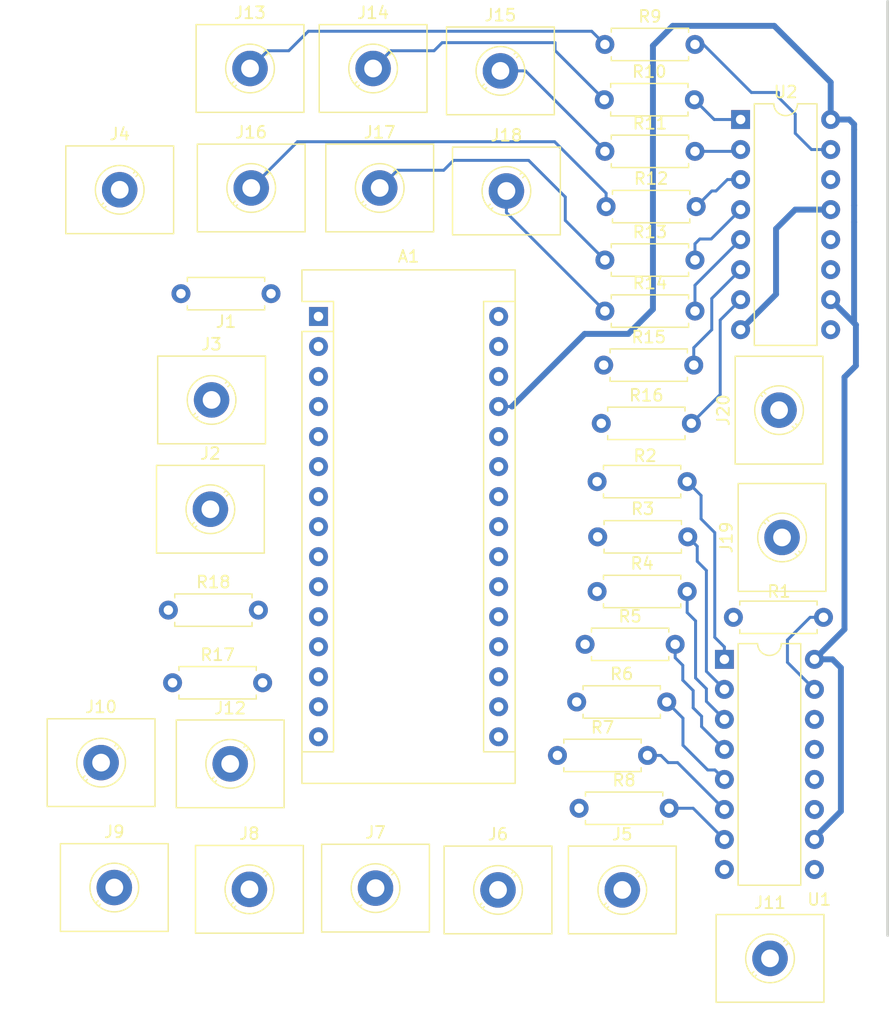
<source format=kicad_pcb>
(kicad_pcb (version 20171130) (host pcbnew 5.1.1-8be2ce7~80~ubuntu18.04.1)

  (general
    (thickness 1.6)
    (drawings 1)
    (tracks 129)
    (zones 0)
    (modules 41)
    (nets 66)
  )

  (page A4)
  (layers
    (0 F.Cu signal)
    (31 B.Cu signal)
    (32 B.Adhes user)
    (33 F.Adhes user)
    (34 B.Paste user)
    (35 F.Paste user)
    (36 B.SilkS user)
    (37 F.SilkS user)
    (38 B.Mask user)
    (39 F.Mask user)
    (40 Dwgs.User user)
    (41 Cmts.User user)
    (42 Eco1.User user)
    (43 Eco2.User user)
    (44 Edge.Cuts user)
    (45 Margin user)
    (46 B.CrtYd user)
    (47 F.CrtYd user)
    (48 B.Fab user)
    (49 F.Fab user)
  )

  (setup
    (last_trace_width 0.25)
    (user_trace_width 0.5)
    (trace_clearance 0.2)
    (zone_clearance 0.508)
    (zone_45_only no)
    (trace_min 0.2)
    (via_size 0.8)
    (via_drill 0.4)
    (via_min_size 0.4)
    (via_min_drill 0.3)
    (uvia_size 0.3)
    (uvia_drill 0.1)
    (uvias_allowed no)
    (uvia_min_size 0.2)
    (uvia_min_drill 0.1)
    (edge_width 0.1)
    (segment_width 0.2)
    (pcb_text_width 0.3)
    (pcb_text_size 1.5 1.5)
    (mod_edge_width 0.15)
    (mod_text_size 1 1)
    (mod_text_width 0.15)
    (pad_size 1.6 1.6)
    (pad_drill 0.8)
    (pad_to_mask_clearance 0)
    (aux_axis_origin 0 0)
    (visible_elements FFFFFF7F)
    (pcbplotparams
      (layerselection 0x010fc_ffffffff)
      (usegerberextensions false)
      (usegerberattributes false)
      (usegerberadvancedattributes false)
      (creategerberjobfile false)
      (excludeedgelayer true)
      (linewidth 0.100000)
      (plotframeref false)
      (viasonmask false)
      (mode 1)
      (useauxorigin false)
      (hpglpennumber 1)
      (hpglpenspeed 20)
      (hpglpendiameter 15.000000)
      (psnegative false)
      (psa4output false)
      (plotreference true)
      (plotvalue true)
      (plotinvisibletext false)
      (padsonsilk false)
      (subtractmaskfromsilk false)
      (outputformat 1)
      (mirror false)
      (drillshape 1)
      (scaleselection 1)
      (outputdirectory ""))
  )

  (net 0 "")
  (net 1 "Net-(A1-Pad16)")
  (net 2 "Net-(A1-Pad15)")
  (net 3 /Vin)
  (net 4 "Net-(A1-Pad14)")
  (net 5 GND)
  (net 6 "Net-(A1-Pad13)")
  (net 7 "Net-(A1-Pad28)")
  (net 8 "Net-(A1-Pad12)")
  (net 9 /5V)
  (net 10 "Net-(A1-Pad11)")
  (net 11 "Net-(A1-Pad26)")
  (net 12 "Net-(A1-Pad10)")
  (net 13 "Net-(A1-Pad25)")
  (net 14 "Net-(A1-Pad9)")
  (net 15 "Net-(A1-Pad24)")
  (net 16 "Net-(A1-Pad8)")
  (net 17 "Net-(A1-Pad23)")
  (net 18 "Net-(A1-Pad7)")
  (net 19 "Net-(A1-Pad22)")
  (net 20 "Net-(A1-Pad6)")
  (net 21 "Net-(A1-Pad21)")
  (net 22 "Net-(A1-Pad5)")
  (net 23 "Net-(A1-Pad20)")
  (net 24 "Net-(A1-Pad19)")
  (net 25 "Net-(A1-Pad3)")
  (net 26 "Net-(A1-Pad18)")
  (net 27 "Net-(A1-Pad2)")
  (net 28 "Net-(A1-Pad17)")
  (net 29 "Net-(A1-Pad1)")
  (net 30 "Net-(J2-Pad1)")
  (net 31 "Net-(J3-Pad1)")
  (net 32 "Net-(J5-Pad1)")
  (net 33 "Net-(J6-Pad1)")
  (net 34 "Net-(J7-Pad1)")
  (net 35 "Net-(J8-Pad1)")
  (net 36 "Net-(J9-Pad1)")
  (net 37 "Net-(J10-Pad1)")
  (net 38 "Net-(J11-Pad1)")
  (net 39 "Net-(J12-Pad1)")
  (net 40 "Net-(J13-Pad1)")
  (net 41 "Net-(J14-Pad1)")
  (net 42 "Net-(J15-Pad1)")
  (net 43 "Net-(J16-Pad1)")
  (net 44 "Net-(J17-Pad1)")
  (net 45 "Net-(J18-Pad1)")
  (net 46 "Net-(J19-Pad1)")
  (net 47 "Net-(J20-Pad1)")
  (net 48 "Net-(R1-Pad2)")
  (net 49 "Net-(R2-Pad2)")
  (net 50 "Net-(R3-Pad2)")
  (net 51 "Net-(R4-Pad2)")
  (net 52 "Net-(R5-Pad2)")
  (net 53 "Net-(R6-Pad2)")
  (net 54 "Net-(R7-Pad2)")
  (net 55 "Net-(R8-Pad2)")
  (net 56 "Net-(R9-Pad2)")
  (net 57 "Net-(R10-Pad2)")
  (net 58 "Net-(R11-Pad2)")
  (net 59 "Net-(R12-Pad2)")
  (net 60 "Net-(R13-Pad2)")
  (net 61 "Net-(R14-Pad2)")
  (net 62 "Net-(R15-Pad2)")
  (net 63 "Net-(R16-Pad2)")
  (net 64 "Net-(U1-Pad9)")
  (net 65 "Net-(U2-Pad9)")

  (net_class Default "This is the default net class."
    (clearance 0.2)
    (trace_width 0.25)
    (via_dia 0.8)
    (via_drill 0.4)
    (uvia_dia 0.3)
    (uvia_drill 0.1)
    (add_net /5V)
    (add_net /Vin)
    (add_net GND)
    (add_net "Net-(A1-Pad1)")
    (add_net "Net-(A1-Pad10)")
    (add_net "Net-(A1-Pad11)")
    (add_net "Net-(A1-Pad12)")
    (add_net "Net-(A1-Pad13)")
    (add_net "Net-(A1-Pad14)")
    (add_net "Net-(A1-Pad15)")
    (add_net "Net-(A1-Pad16)")
    (add_net "Net-(A1-Pad17)")
    (add_net "Net-(A1-Pad18)")
    (add_net "Net-(A1-Pad19)")
    (add_net "Net-(A1-Pad2)")
    (add_net "Net-(A1-Pad20)")
    (add_net "Net-(A1-Pad21)")
    (add_net "Net-(A1-Pad22)")
    (add_net "Net-(A1-Pad23)")
    (add_net "Net-(A1-Pad24)")
    (add_net "Net-(A1-Pad25)")
    (add_net "Net-(A1-Pad26)")
    (add_net "Net-(A1-Pad28)")
    (add_net "Net-(A1-Pad3)")
    (add_net "Net-(A1-Pad5)")
    (add_net "Net-(A1-Pad6)")
    (add_net "Net-(A1-Pad7)")
    (add_net "Net-(A1-Pad8)")
    (add_net "Net-(A1-Pad9)")
    (add_net "Net-(J10-Pad1)")
    (add_net "Net-(J11-Pad1)")
    (add_net "Net-(J12-Pad1)")
    (add_net "Net-(J13-Pad1)")
    (add_net "Net-(J14-Pad1)")
    (add_net "Net-(J15-Pad1)")
    (add_net "Net-(J16-Pad1)")
    (add_net "Net-(J17-Pad1)")
    (add_net "Net-(J18-Pad1)")
    (add_net "Net-(J19-Pad1)")
    (add_net "Net-(J2-Pad1)")
    (add_net "Net-(J20-Pad1)")
    (add_net "Net-(J3-Pad1)")
    (add_net "Net-(J5-Pad1)")
    (add_net "Net-(J6-Pad1)")
    (add_net "Net-(J7-Pad1)")
    (add_net "Net-(J8-Pad1)")
    (add_net "Net-(J9-Pad1)")
    (add_net "Net-(R1-Pad2)")
    (add_net "Net-(R10-Pad2)")
    (add_net "Net-(R11-Pad2)")
    (add_net "Net-(R12-Pad2)")
    (add_net "Net-(R13-Pad2)")
    (add_net "Net-(R14-Pad2)")
    (add_net "Net-(R15-Pad2)")
    (add_net "Net-(R16-Pad2)")
    (add_net "Net-(R2-Pad2)")
    (add_net "Net-(R3-Pad2)")
    (add_net "Net-(R4-Pad2)")
    (add_net "Net-(R5-Pad2)")
    (add_net "Net-(R6-Pad2)")
    (add_net "Net-(R7-Pad2)")
    (add_net "Net-(R8-Pad2)")
    (add_net "Net-(R9-Pad2)")
    (add_net "Net-(U1-Pad9)")
    (add_net "Net-(U2-Pad9)")
  )

  (module Package_DIP:DIP-16_W7.62mm (layer F.Cu) (tedit 5A02E8C5) (tstamp 5CBA7875)
    (at 111.5568 52.9844)
    (descr "16-lead though-hole mounted DIP package, row spacing 7.62 mm (300 mils)")
    (tags "THT DIP DIL PDIP 2.54mm 7.62mm 300mil")
    (path /5CBA8767)
    (fp_text reference U2 (at 3.81 -2.33) (layer F.SilkS)
      (effects (font (size 1 1) (thickness 0.15)))
    )
    (fp_text value 74HC595 (at 3.81 20.11) (layer F.Fab)
      (effects (font (size 1 1) (thickness 0.15)))
    )
    (fp_text user %R (at 3.81 8.89) (layer F.Fab)
      (effects (font (size 1 1) (thickness 0.15)))
    )
    (fp_line (start 8.7 -1.55) (end -1.1 -1.55) (layer F.CrtYd) (width 0.05))
    (fp_line (start 8.7 19.3) (end 8.7 -1.55) (layer F.CrtYd) (width 0.05))
    (fp_line (start -1.1 19.3) (end 8.7 19.3) (layer F.CrtYd) (width 0.05))
    (fp_line (start -1.1 -1.55) (end -1.1 19.3) (layer F.CrtYd) (width 0.05))
    (fp_line (start 6.46 -1.33) (end 4.81 -1.33) (layer F.SilkS) (width 0.12))
    (fp_line (start 6.46 19.11) (end 6.46 -1.33) (layer F.SilkS) (width 0.12))
    (fp_line (start 1.16 19.11) (end 6.46 19.11) (layer F.SilkS) (width 0.12))
    (fp_line (start 1.16 -1.33) (end 1.16 19.11) (layer F.SilkS) (width 0.12))
    (fp_line (start 2.81 -1.33) (end 1.16 -1.33) (layer F.SilkS) (width 0.12))
    (fp_line (start 0.635 -0.27) (end 1.635 -1.27) (layer F.Fab) (width 0.1))
    (fp_line (start 0.635 19.05) (end 0.635 -0.27) (layer F.Fab) (width 0.1))
    (fp_line (start 6.985 19.05) (end 0.635 19.05) (layer F.Fab) (width 0.1))
    (fp_line (start 6.985 -1.27) (end 6.985 19.05) (layer F.Fab) (width 0.1))
    (fp_line (start 1.635 -1.27) (end 6.985 -1.27) (layer F.Fab) (width 0.1))
    (fp_arc (start 3.81 -1.33) (end 2.81 -1.33) (angle -180) (layer F.SilkS) (width 0.12))
    (pad 16 thru_hole oval (at 7.62 0) (size 1.6 1.6) (drill 0.8) (layers *.Cu *.Mask)
      (net 9 /5V))
    (pad 8 thru_hole oval (at 0 17.78) (size 1.6 1.6) (drill 0.8) (layers *.Cu *.Mask)
      (net 5 GND))
    (pad 15 thru_hole oval (at 7.62 2.54) (size 1.6 1.6) (drill 0.8) (layers *.Cu *.Mask)
      (net 56 "Net-(R9-Pad2)"))
    (pad 7 thru_hole oval (at 0 15.24) (size 1.6 1.6) (drill 0.8) (layers *.Cu *.Mask)
      (net 63 "Net-(R16-Pad2)"))
    (pad 14 thru_hole oval (at 7.62 5.08) (size 1.6 1.6) (drill 0.8) (layers *.Cu *.Mask)
      (net 4 "Net-(A1-Pad14)"))
    (pad 6 thru_hole oval (at 0 12.7) (size 1.6 1.6) (drill 0.8) (layers *.Cu *.Mask)
      (net 62 "Net-(R15-Pad2)"))
    (pad 13 thru_hole oval (at 7.62 7.62) (size 1.6 1.6) (drill 0.8) (layers *.Cu *.Mask)
      (net 5 GND))
    (pad 5 thru_hole oval (at 0 10.16) (size 1.6 1.6) (drill 0.8) (layers *.Cu *.Mask)
      (net 61 "Net-(R14-Pad2)"))
    (pad 12 thru_hole oval (at 7.62 10.16) (size 1.6 1.6) (drill 0.8) (layers *.Cu *.Mask)
      (net 1 "Net-(A1-Pad16)"))
    (pad 4 thru_hole oval (at 0 7.62) (size 1.6 1.6) (drill 0.8) (layers *.Cu *.Mask)
      (net 60 "Net-(R13-Pad2)"))
    (pad 11 thru_hole oval (at 7.62 12.7) (size 1.6 1.6) (drill 0.8) (layers *.Cu *.Mask)
      (net 2 "Net-(A1-Pad15)"))
    (pad 3 thru_hole oval (at 0 5.08) (size 1.6 1.6) (drill 0.8) (layers *.Cu *.Mask)
      (net 59 "Net-(R12-Pad2)"))
    (pad 10 thru_hole oval (at 7.62 15.24) (size 1.6 1.6) (drill 0.8) (layers *.Cu *.Mask)
      (net 9 /5V))
    (pad 2 thru_hole oval (at 0 2.54) (size 1.6 1.6) (drill 0.8) (layers *.Cu *.Mask)
      (net 58 "Net-(R11-Pad2)"))
    (pad 9 thru_hole oval (at 7.62 17.78) (size 1.6 1.6) (drill 0.8) (layers *.Cu *.Mask)
      (net 65 "Net-(U2-Pad9)"))
    (pad 1 thru_hole rect (at 0 0) (size 1.6 1.6) (drill 0.8) (layers *.Cu *.Mask)
      (net 57 "Net-(R10-Pad2)"))
    (model ${KISYS3DMOD}/Package_DIP.3dshapes/DIP-16_W7.62mm.wrl
      (at (xyz 0 0 0))
      (scale (xyz 1 1 1))
      (rotate (xyz 0 0 0))
    )
  )

  (module Package_DIP:DIP-16_W7.62mm (layer F.Cu) (tedit 5CBC4B13) (tstamp 5CBA7851)
    (at 110.1852 98.6536)
    (descr "16-lead though-hole mounted DIP package, row spacing 7.62 mm (300 mils)")
    (tags "THT DIP DIL PDIP 2.54mm 7.62mm 300mil")
    (path /5CBA802E)
    (fp_text reference U1 (at 8.0264 20.32) (layer F.SilkS)
      (effects (font (size 1 1) (thickness 0.15)))
    )
    (fp_text value 74HC595 (at 3.81 20.11) (layer F.Fab)
      (effects (font (size 1 1) (thickness 0.15)))
    )
    (fp_text user %R (at 3.81 8.89) (layer F.Fab)
      (effects (font (size 1 1) (thickness 0.15)))
    )
    (fp_line (start 8.7 -1.55) (end -1.1 -1.55) (layer F.CrtYd) (width 0.05))
    (fp_line (start 8.7 19.3) (end 8.7 -1.55) (layer F.CrtYd) (width 0.05))
    (fp_line (start -1.1 19.3) (end 8.7 19.3) (layer F.CrtYd) (width 0.05))
    (fp_line (start -1.1 -1.55) (end -1.1 19.3) (layer F.CrtYd) (width 0.05))
    (fp_line (start 6.46 -1.33) (end 4.81 -1.33) (layer F.SilkS) (width 0.12))
    (fp_line (start 6.46 19.11) (end 6.46 -1.33) (layer F.SilkS) (width 0.12))
    (fp_line (start 1.16 19.11) (end 6.46 19.11) (layer F.SilkS) (width 0.12))
    (fp_line (start 1.16 -1.33) (end 1.16 19.11) (layer F.SilkS) (width 0.12))
    (fp_line (start 2.81 -1.33) (end 1.16 -1.33) (layer F.SilkS) (width 0.12))
    (fp_line (start 0.635 -0.27) (end 1.635 -1.27) (layer F.Fab) (width 0.1))
    (fp_line (start 0.635 19.05) (end 0.635 -0.27) (layer F.Fab) (width 0.1))
    (fp_line (start 6.985 19.05) (end 0.635 19.05) (layer F.Fab) (width 0.1))
    (fp_line (start 6.985 -1.27) (end 6.985 19.05) (layer F.Fab) (width 0.1))
    (fp_line (start 1.635 -1.27) (end 6.985 -1.27) (layer F.Fab) (width 0.1))
    (fp_arc (start 3.81 -1.33) (end 2.81 -1.33) (angle -180) (layer F.SilkS) (width 0.12))
    (pad 16 thru_hole oval (at 7.62 0) (size 1.6 1.6) (drill 0.8) (layers *.Cu *.Mask)
      (net 9 /5V))
    (pad 8 thru_hole oval (at 0 17.78) (size 1.6 1.6) (drill 0.8) (layers *.Cu *.Mask)
      (net 5 GND))
    (pad 15 thru_hole oval (at 7.62 2.54) (size 1.6 1.6) (drill 0.8) (layers *.Cu *.Mask)
      (net 48 "Net-(R1-Pad2)"))
    (pad 7 thru_hole oval (at 0 15.24) (size 1.6 1.6) (drill 0.8) (layers *.Cu *.Mask)
      (net 55 "Net-(R8-Pad2)"))
    (pad 14 thru_hole oval (at 7.62 5.08) (size 1.6 1.6) (drill 0.8) (layers *.Cu *.Mask)
      (net 6 "Net-(A1-Pad13)"))
    (pad 6 thru_hole oval (at 0 12.7) (size 1.6 1.6) (drill 0.8) (layers *.Cu *.Mask)
      (net 54 "Net-(R7-Pad2)"))
    (pad 13 thru_hole oval (at 7.62 7.62) (size 1.6 1.6) (drill 0.8) (layers *.Cu *.Mask)
      (net 5 GND))
    (pad 5 thru_hole oval (at 0 10.16) (size 1.6 1.6) (drill 0.8) (layers *.Cu *.Mask)
      (net 53 "Net-(R6-Pad2)"))
    (pad 12 thru_hole oval (at 7.62 10.16) (size 1.6 1.6) (drill 0.8) (layers *.Cu *.Mask)
      (net 1 "Net-(A1-Pad16)"))
    (pad 4 thru_hole oval (at 0 7.62) (size 1.6 1.6) (drill 0.8) (layers *.Cu *.Mask)
      (net 52 "Net-(R5-Pad2)"))
    (pad 11 thru_hole oval (at 7.62 12.7) (size 1.6 1.6) (drill 0.8) (layers *.Cu *.Mask)
      (net 2 "Net-(A1-Pad15)"))
    (pad 3 thru_hole oval (at 0 5.08) (size 1.6 1.6) (drill 0.8) (layers *.Cu *.Mask)
      (net 51 "Net-(R4-Pad2)"))
    (pad 10 thru_hole oval (at 7.62 15.24) (size 1.6 1.6) (drill 0.8) (layers *.Cu *.Mask)
      (net 9 /5V))
    (pad 2 thru_hole oval (at 0 2.54) (size 1.6 1.6) (drill 0.8) (layers *.Cu *.Mask)
      (net 50 "Net-(R3-Pad2)"))
    (pad 9 thru_hole oval (at 7.62 17.78) (size 1.6 1.6) (drill 0.8) (layers *.Cu *.Mask)
      (net 64 "Net-(U1-Pad9)"))
    (pad 1 thru_hole rect (at 0 0) (size 1.6 1.6) (drill 0.8) (layers *.Cu *.Mask)
      (net 49 "Net-(R2-Pad2)"))
    (model ${KISYS3DMOD}/Package_DIP.3dshapes/DIP-16_W7.62mm.wrl
      (at (xyz 0 0 0))
      (scale (xyz 1 1 1))
      (rotate (xyz 0 0 0))
    )
  )

  (module Resistor_THT:R_Axial_DIN0207_L6.3mm_D2.5mm_P7.62mm_Horizontal (layer F.Cu) (tedit 5AE5139B) (tstamp 5CBA782D)
    (at 63.1444 94.488)
    (descr "Resistor, Axial_DIN0207 series, Axial, Horizontal, pin pitch=7.62mm, 0.25W = 1/4W, length*diameter=6.3*2.5mm^2, http://cdn-reichelt.de/documents/datenblatt/B400/1_4W%23YAG.pdf")
    (tags "Resistor Axial_DIN0207 series Axial Horizontal pin pitch 7.62mm 0.25W = 1/4W length 6.3mm diameter 2.5mm")
    (path /5CC3DAC9)
    (fp_text reference R18 (at 3.81 -2.37) (layer F.SilkS)
      (effects (font (size 1 1) (thickness 0.15)))
    )
    (fp_text value 560 (at 3.81 2.37) (layer F.Fab)
      (effects (font (size 1 1) (thickness 0.15)))
    )
    (fp_text user %R (at 5.1816 -0.7112) (layer F.Fab)
      (effects (font (size 1 1) (thickness 0.15)))
    )
    (fp_line (start 8.67 -1.5) (end -1.05 -1.5) (layer F.CrtYd) (width 0.05))
    (fp_line (start 8.67 1.5) (end 8.67 -1.5) (layer F.CrtYd) (width 0.05))
    (fp_line (start -1.05 1.5) (end 8.67 1.5) (layer F.CrtYd) (width 0.05))
    (fp_line (start -1.05 -1.5) (end -1.05 1.5) (layer F.CrtYd) (width 0.05))
    (fp_line (start 7.08 1.37) (end 7.08 1.04) (layer F.SilkS) (width 0.12))
    (fp_line (start 0.54 1.37) (end 7.08 1.37) (layer F.SilkS) (width 0.12))
    (fp_line (start 0.54 1.04) (end 0.54 1.37) (layer F.SilkS) (width 0.12))
    (fp_line (start 7.08 -1.37) (end 7.08 -1.04) (layer F.SilkS) (width 0.12))
    (fp_line (start 0.54 -1.37) (end 7.08 -1.37) (layer F.SilkS) (width 0.12))
    (fp_line (start 0.54 -1.04) (end 0.54 -1.37) (layer F.SilkS) (width 0.12))
    (fp_line (start 7.62 0) (end 6.96 0) (layer F.Fab) (width 0.1))
    (fp_line (start 0 0) (end 0.66 0) (layer F.Fab) (width 0.1))
    (fp_line (start 6.96 -1.25) (end 0.66 -1.25) (layer F.Fab) (width 0.1))
    (fp_line (start 6.96 1.25) (end 6.96 -1.25) (layer F.Fab) (width 0.1))
    (fp_line (start 0.66 1.25) (end 6.96 1.25) (layer F.Fab) (width 0.1))
    (fp_line (start 0.66 -1.25) (end 0.66 1.25) (layer F.Fab) (width 0.1))
    (pad 2 thru_hole oval (at 7.62 0) (size 1.6 1.6) (drill 0.8) (layers *.Cu *.Mask)
      (net 10 "Net-(A1-Pad11)"))
    (pad 1 thru_hole circle (at 0 0) (size 1.6 1.6) (drill 0.8) (layers *.Cu *.Mask)
      (net 31 "Net-(J3-Pad1)"))
    (model ${KISYS3DMOD}/Resistor_THT.3dshapes/R_Axial_DIN0207_L6.3mm_D2.5mm_P7.62mm_Horizontal.wrl
      (at (xyz 0 0 0))
      (scale (xyz 1 1 1))
      (rotate (xyz 0 0 0))
    )
  )

  (module Resistor_THT:R_Axial_DIN0207_L6.3mm_D2.5mm_P7.62mm_Horizontal (layer F.Cu) (tedit 5AE5139B) (tstamp 5CBA7816)
    (at 63.5 100.6348)
    (descr "Resistor, Axial_DIN0207 series, Axial, Horizontal, pin pitch=7.62mm, 0.25W = 1/4W, length*diameter=6.3*2.5mm^2, http://cdn-reichelt.de/documents/datenblatt/B400/1_4W%23YAG.pdf")
    (tags "Resistor Axial_DIN0207 series Axial Horizontal pin pitch 7.62mm 0.25W = 1/4W length 6.3mm diameter 2.5mm")
    (path /5CC3D4F0)
    (fp_text reference R17 (at 3.81 -2.37) (layer F.SilkS)
      (effects (font (size 1 1) (thickness 0.15)))
    )
    (fp_text value 560 (at 3.81 2.37) (layer F.Fab)
      (effects (font (size 1 1) (thickness 0.15)))
    )
    (fp_text user %R (at 3.81 0) (layer F.Fab)
      (effects (font (size 1 1) (thickness 0.15)))
    )
    (fp_line (start 8.67 -1.5) (end -1.05 -1.5) (layer F.CrtYd) (width 0.05))
    (fp_line (start 8.67 1.5) (end 8.67 -1.5) (layer F.CrtYd) (width 0.05))
    (fp_line (start -1.05 1.5) (end 8.67 1.5) (layer F.CrtYd) (width 0.05))
    (fp_line (start -1.05 -1.5) (end -1.05 1.5) (layer F.CrtYd) (width 0.05))
    (fp_line (start 7.08 1.37) (end 7.08 1.04) (layer F.SilkS) (width 0.12))
    (fp_line (start 0.54 1.37) (end 7.08 1.37) (layer F.SilkS) (width 0.12))
    (fp_line (start 0.54 1.04) (end 0.54 1.37) (layer F.SilkS) (width 0.12))
    (fp_line (start 7.08 -1.37) (end 7.08 -1.04) (layer F.SilkS) (width 0.12))
    (fp_line (start 0.54 -1.37) (end 7.08 -1.37) (layer F.SilkS) (width 0.12))
    (fp_line (start 0.54 -1.04) (end 0.54 -1.37) (layer F.SilkS) (width 0.12))
    (fp_line (start 7.62 0) (end 6.96 0) (layer F.Fab) (width 0.1))
    (fp_line (start 0 0) (end 0.66 0) (layer F.Fab) (width 0.1))
    (fp_line (start 6.96 -1.25) (end 0.66 -1.25) (layer F.Fab) (width 0.1))
    (fp_line (start 6.96 1.25) (end 6.96 -1.25) (layer F.Fab) (width 0.1))
    (fp_line (start 0.66 1.25) (end 6.96 1.25) (layer F.Fab) (width 0.1))
    (fp_line (start 0.66 -1.25) (end 0.66 1.25) (layer F.Fab) (width 0.1))
    (pad 2 thru_hole oval (at 7.62 0) (size 1.6 1.6) (drill 0.8) (layers *.Cu *.Mask)
      (net 8 "Net-(A1-Pad12)"))
    (pad 1 thru_hole circle (at 0 0) (size 1.6 1.6) (drill 0.8) (layers *.Cu *.Mask)
      (net 30 "Net-(J2-Pad1)"))
    (model ${KISYS3DMOD}/Resistor_THT.3dshapes/R_Axial_DIN0207_L6.3mm_D2.5mm_P7.62mm_Horizontal.wrl
      (at (xyz 0 0 0))
      (scale (xyz 1 1 1))
      (rotate (xyz 0 0 0))
    )
  )

  (module Resistor_THT:R_Axial_DIN0207_L6.3mm_D2.5mm_P7.62mm_Horizontal (layer F.Cu) (tedit 5AE5139B) (tstamp 5CBA77FF)
    (at 99.7712 78.6892)
    (descr "Resistor, Axial_DIN0207 series, Axial, Horizontal, pin pitch=7.62mm, 0.25W = 1/4W, length*diameter=6.3*2.5mm^2, http://cdn-reichelt.de/documents/datenblatt/B400/1_4W%23YAG.pdf")
    (tags "Resistor Axial_DIN0207 series Axial Horizontal pin pitch 7.62mm 0.25W = 1/4W length 6.3mm diameter 2.5mm")
    (path /5CBCBBC3)
    (fp_text reference R16 (at 3.81 -2.37) (layer F.SilkS)
      (effects (font (size 1 1) (thickness 0.15)))
    )
    (fp_text value 560 (at 0.3556 -2.4384) (layer F.Fab)
      (effects (font (size 1 1) (thickness 0.15)))
    )
    (fp_text user %R (at 3.81 0) (layer F.Fab)
      (effects (font (size 1 1) (thickness 0.15)))
    )
    (fp_line (start 8.67 -1.5) (end -1.05 -1.5) (layer F.CrtYd) (width 0.05))
    (fp_line (start 8.67 1.5) (end 8.67 -1.5) (layer F.CrtYd) (width 0.05))
    (fp_line (start -1.05 1.5) (end 8.67 1.5) (layer F.CrtYd) (width 0.05))
    (fp_line (start -1.05 -1.5) (end -1.05 1.5) (layer F.CrtYd) (width 0.05))
    (fp_line (start 7.08 1.37) (end 7.08 1.04) (layer F.SilkS) (width 0.12))
    (fp_line (start 0.54 1.37) (end 7.08 1.37) (layer F.SilkS) (width 0.12))
    (fp_line (start 0.54 1.04) (end 0.54 1.37) (layer F.SilkS) (width 0.12))
    (fp_line (start 7.08 -1.37) (end 7.08 -1.04) (layer F.SilkS) (width 0.12))
    (fp_line (start 0.54 -1.37) (end 7.08 -1.37) (layer F.SilkS) (width 0.12))
    (fp_line (start 0.54 -1.04) (end 0.54 -1.37) (layer F.SilkS) (width 0.12))
    (fp_line (start 7.62 0) (end 6.96 0) (layer F.Fab) (width 0.1))
    (fp_line (start 0 0) (end 0.66 0) (layer F.Fab) (width 0.1))
    (fp_line (start 6.96 -1.25) (end 0.66 -1.25) (layer F.Fab) (width 0.1))
    (fp_line (start 6.96 1.25) (end 6.96 -1.25) (layer F.Fab) (width 0.1))
    (fp_line (start 0.66 1.25) (end 6.96 1.25) (layer F.Fab) (width 0.1))
    (fp_line (start 0.66 -1.25) (end 0.66 1.25) (layer F.Fab) (width 0.1))
    (pad 2 thru_hole oval (at 7.62 0) (size 1.6 1.6) (drill 0.8) (layers *.Cu *.Mask)
      (net 63 "Net-(R16-Pad2)"))
    (pad 1 thru_hole circle (at 0 0) (size 1.6 1.6) (drill 0.8) (layers *.Cu *.Mask)
      (net 47 "Net-(J20-Pad1)"))
    (model ${KISYS3DMOD}/Resistor_THT.3dshapes/R_Axial_DIN0207_L6.3mm_D2.5mm_P7.62mm_Horizontal.wrl
      (at (xyz 0 0 0))
      (scale (xyz 1 1 1))
      (rotate (xyz 0 0 0))
    )
  )

  (module Resistor_THT:R_Axial_DIN0207_L6.3mm_D2.5mm_P7.62mm_Horizontal (layer F.Cu) (tedit 5AE5139B) (tstamp 5CBA77E8)
    (at 99.9744 73.7616)
    (descr "Resistor, Axial_DIN0207 series, Axial, Horizontal, pin pitch=7.62mm, 0.25W = 1/4W, length*diameter=6.3*2.5mm^2, http://cdn-reichelt.de/documents/datenblatt/B400/1_4W%23YAG.pdf")
    (tags "Resistor Axial_DIN0207 series Axial Horizontal pin pitch 7.62mm 0.25W = 1/4W length 6.3mm diameter 2.5mm")
    (path /5CBCB8AB)
    (fp_text reference R15 (at 3.81 -2.37) (layer F.SilkS)
      (effects (font (size 1 1) (thickness 0.15)))
    )
    (fp_text value 560 (at 0.0508 -2.1844) (layer F.Fab)
      (effects (font (size 1 1) (thickness 0.15)))
    )
    (fp_text user %R (at 3.81 0) (layer F.Fab)
      (effects (font (size 1 1) (thickness 0.15)))
    )
    (fp_line (start 8.67 -1.5) (end -1.05 -1.5) (layer F.CrtYd) (width 0.05))
    (fp_line (start 8.67 1.5) (end 8.67 -1.5) (layer F.CrtYd) (width 0.05))
    (fp_line (start -1.05 1.5) (end 8.67 1.5) (layer F.CrtYd) (width 0.05))
    (fp_line (start -1.05 -1.5) (end -1.05 1.5) (layer F.CrtYd) (width 0.05))
    (fp_line (start 7.08 1.37) (end 7.08 1.04) (layer F.SilkS) (width 0.12))
    (fp_line (start 0.54 1.37) (end 7.08 1.37) (layer F.SilkS) (width 0.12))
    (fp_line (start 0.54 1.04) (end 0.54 1.37) (layer F.SilkS) (width 0.12))
    (fp_line (start 7.08 -1.37) (end 7.08 -1.04) (layer F.SilkS) (width 0.12))
    (fp_line (start 0.54 -1.37) (end 7.08 -1.37) (layer F.SilkS) (width 0.12))
    (fp_line (start 0.54 -1.04) (end 0.54 -1.37) (layer F.SilkS) (width 0.12))
    (fp_line (start 7.62 0) (end 6.96 0) (layer F.Fab) (width 0.1))
    (fp_line (start 0 0) (end 0.66 0) (layer F.Fab) (width 0.1))
    (fp_line (start 6.96 -1.25) (end 0.66 -1.25) (layer F.Fab) (width 0.1))
    (fp_line (start 6.96 1.25) (end 6.96 -1.25) (layer F.Fab) (width 0.1))
    (fp_line (start 0.66 1.25) (end 6.96 1.25) (layer F.Fab) (width 0.1))
    (fp_line (start 0.66 -1.25) (end 0.66 1.25) (layer F.Fab) (width 0.1))
    (pad 2 thru_hole oval (at 7.62 0) (size 1.6 1.6) (drill 0.8) (layers *.Cu *.Mask)
      (net 62 "Net-(R15-Pad2)"))
    (pad 1 thru_hole circle (at 0 0) (size 1.6 1.6) (drill 0.8) (layers *.Cu *.Mask)
      (net 46 "Net-(J19-Pad1)"))
    (model ${KISYS3DMOD}/Resistor_THT.3dshapes/R_Axial_DIN0207_L6.3mm_D2.5mm_P7.62mm_Horizontal.wrl
      (at (xyz 0 0 0))
      (scale (xyz 1 1 1))
      (rotate (xyz 0 0 0))
    )
  )

  (module Resistor_THT:R_Axial_DIN0207_L6.3mm_D2.5mm_P7.62mm_Horizontal (layer F.Cu) (tedit 5AE5139B) (tstamp 5CBA77D1)
    (at 100.076 69.1896)
    (descr "Resistor, Axial_DIN0207 series, Axial, Horizontal, pin pitch=7.62mm, 0.25W = 1/4W, length*diameter=6.3*2.5mm^2, http://cdn-reichelt.de/documents/datenblatt/B400/1_4W%23YAG.pdf")
    (tags "Resistor Axial_DIN0207 series Axial Horizontal pin pitch 7.62mm 0.25W = 1/4W length 6.3mm diameter 2.5mm")
    (path /5CBCB599)
    (fp_text reference R14 (at 3.81 -2.37) (layer F.SilkS)
      (effects (font (size 1 1) (thickness 0.15)))
    )
    (fp_text value 560 (at -0.1016 -2.1844) (layer F.Fab)
      (effects (font (size 1 1) (thickness 0.15)))
    )
    (fp_text user %R (at 3.81 0) (layer F.Fab)
      (effects (font (size 1 1) (thickness 0.15)))
    )
    (fp_line (start 8.67 -1.5) (end -1.05 -1.5) (layer F.CrtYd) (width 0.05))
    (fp_line (start 8.67 1.5) (end 8.67 -1.5) (layer F.CrtYd) (width 0.05))
    (fp_line (start -1.05 1.5) (end 8.67 1.5) (layer F.CrtYd) (width 0.05))
    (fp_line (start -1.05 -1.5) (end -1.05 1.5) (layer F.CrtYd) (width 0.05))
    (fp_line (start 7.08 1.37) (end 7.08 1.04) (layer F.SilkS) (width 0.12))
    (fp_line (start 0.54 1.37) (end 7.08 1.37) (layer F.SilkS) (width 0.12))
    (fp_line (start 0.54 1.04) (end 0.54 1.37) (layer F.SilkS) (width 0.12))
    (fp_line (start 7.08 -1.37) (end 7.08 -1.04) (layer F.SilkS) (width 0.12))
    (fp_line (start 0.54 -1.37) (end 7.08 -1.37) (layer F.SilkS) (width 0.12))
    (fp_line (start 0.54 -1.04) (end 0.54 -1.37) (layer F.SilkS) (width 0.12))
    (fp_line (start 7.62 0) (end 6.96 0) (layer F.Fab) (width 0.1))
    (fp_line (start 0 0) (end 0.66 0) (layer F.Fab) (width 0.1))
    (fp_line (start 6.96 -1.25) (end 0.66 -1.25) (layer F.Fab) (width 0.1))
    (fp_line (start 6.96 1.25) (end 6.96 -1.25) (layer F.Fab) (width 0.1))
    (fp_line (start 0.66 1.25) (end 6.96 1.25) (layer F.Fab) (width 0.1))
    (fp_line (start 0.66 -1.25) (end 0.66 1.25) (layer F.Fab) (width 0.1))
    (pad 2 thru_hole oval (at 7.62 0) (size 1.6 1.6) (drill 0.8) (layers *.Cu *.Mask)
      (net 61 "Net-(R14-Pad2)"))
    (pad 1 thru_hole circle (at 0 0) (size 1.6 1.6) (drill 0.8) (layers *.Cu *.Mask)
      (net 45 "Net-(J18-Pad1)"))
    (model ${KISYS3DMOD}/Resistor_THT.3dshapes/R_Axial_DIN0207_L6.3mm_D2.5mm_P7.62mm_Horizontal.wrl
      (at (xyz 0 0 0))
      (scale (xyz 1 1 1))
      (rotate (xyz 0 0 0))
    )
  )

  (module Resistor_THT:R_Axial_DIN0207_L6.3mm_D2.5mm_P7.62mm_Horizontal (layer F.Cu) (tedit 5AE5139B) (tstamp 5CBA888F)
    (at 100.076 64.8716)
    (descr "Resistor, Axial_DIN0207 series, Axial, Horizontal, pin pitch=7.62mm, 0.25W = 1/4W, length*diameter=6.3*2.5mm^2, http://cdn-reichelt.de/documents/datenblatt/B400/1_4W%23YAG.pdf")
    (tags "Resistor Axial_DIN0207 series Axial Horizontal pin pitch 7.62mm 0.25W = 1/4W length 6.3mm diameter 2.5mm")
    (path /5CBCB2E7)
    (fp_text reference R13 (at 3.81 -2.37) (layer F.SilkS)
      (effects (font (size 1 1) (thickness 0.15)))
    )
    (fp_text value 560 (at -0.1524 -2.2352) (layer F.Fab)
      (effects (font (size 1 1) (thickness 0.15)))
    )
    (fp_text user %R (at 3.81 0) (layer F.Fab)
      (effects (font (size 1 1) (thickness 0.15)))
    )
    (fp_line (start 8.67 -1.5) (end -1.05 -1.5) (layer F.CrtYd) (width 0.05))
    (fp_line (start 8.67 1.5) (end 8.67 -1.5) (layer F.CrtYd) (width 0.05))
    (fp_line (start -1.05 1.5) (end 8.67 1.5) (layer F.CrtYd) (width 0.05))
    (fp_line (start -1.05 -1.5) (end -1.05 1.5) (layer F.CrtYd) (width 0.05))
    (fp_line (start 7.08 1.37) (end 7.08 1.04) (layer F.SilkS) (width 0.12))
    (fp_line (start 0.54 1.37) (end 7.08 1.37) (layer F.SilkS) (width 0.12))
    (fp_line (start 0.54 1.04) (end 0.54 1.37) (layer F.SilkS) (width 0.12))
    (fp_line (start 7.08 -1.37) (end 7.08 -1.04) (layer F.SilkS) (width 0.12))
    (fp_line (start 0.54 -1.37) (end 7.08 -1.37) (layer F.SilkS) (width 0.12))
    (fp_line (start 0.54 -1.04) (end 0.54 -1.37) (layer F.SilkS) (width 0.12))
    (fp_line (start 7.62 0) (end 6.96 0) (layer F.Fab) (width 0.1))
    (fp_line (start 0 0) (end 0.66 0) (layer F.Fab) (width 0.1))
    (fp_line (start 6.96 -1.25) (end 0.66 -1.25) (layer F.Fab) (width 0.1))
    (fp_line (start 6.96 1.25) (end 6.96 -1.25) (layer F.Fab) (width 0.1))
    (fp_line (start 0.66 1.25) (end 6.96 1.25) (layer F.Fab) (width 0.1))
    (fp_line (start 0.66 -1.25) (end 0.66 1.25) (layer F.Fab) (width 0.1))
    (pad 2 thru_hole oval (at 7.62 0) (size 1.6 1.6) (drill 0.8) (layers *.Cu *.Mask)
      (net 60 "Net-(R13-Pad2)"))
    (pad 1 thru_hole circle (at 0 0) (size 1.6 1.6) (drill 0.8) (layers *.Cu *.Mask)
      (net 44 "Net-(J17-Pad1)"))
    (model ${KISYS3DMOD}/Resistor_THT.3dshapes/R_Axial_DIN0207_L6.3mm_D2.5mm_P7.62mm_Horizontal.wrl
      (at (xyz 0 0 0))
      (scale (xyz 1 1 1))
      (rotate (xyz 0 0 0))
    )
  )

  (module Resistor_THT:R_Axial_DIN0207_L6.3mm_D2.5mm_P7.62mm_Horizontal (layer F.Cu) (tedit 5AE5139B) (tstamp 5CBA77A3)
    (at 100.1776 60.3504)
    (descr "Resistor, Axial_DIN0207 series, Axial, Horizontal, pin pitch=7.62mm, 0.25W = 1/4W, length*diameter=6.3*2.5mm^2, http://cdn-reichelt.de/documents/datenblatt/B400/1_4W%23YAG.pdf")
    (tags "Resistor Axial_DIN0207 series Axial Horizontal pin pitch 7.62mm 0.25W = 1/4W length 6.3mm diameter 2.5mm")
    (path /5CBCB017)
    (fp_text reference R12 (at 3.81 -2.37) (layer F.SilkS)
      (effects (font (size 1 1) (thickness 0.15)))
    )
    (fp_text value 560 (at -0.2032 -2.286) (layer F.Fab)
      (effects (font (size 1 1) (thickness 0.15)))
    )
    (fp_text user %R (at 3.81 0) (layer F.Fab)
      (effects (font (size 1 1) (thickness 0.15)))
    )
    (fp_line (start 8.67 -1.5) (end -1.05 -1.5) (layer F.CrtYd) (width 0.05))
    (fp_line (start 8.67 1.5) (end 8.67 -1.5) (layer F.CrtYd) (width 0.05))
    (fp_line (start -1.05 1.5) (end 8.67 1.5) (layer F.CrtYd) (width 0.05))
    (fp_line (start -1.05 -1.5) (end -1.05 1.5) (layer F.CrtYd) (width 0.05))
    (fp_line (start 7.08 1.37) (end 7.08 1.04) (layer F.SilkS) (width 0.12))
    (fp_line (start 0.54 1.37) (end 7.08 1.37) (layer F.SilkS) (width 0.12))
    (fp_line (start 0.54 1.04) (end 0.54 1.37) (layer F.SilkS) (width 0.12))
    (fp_line (start 7.08 -1.37) (end 7.08 -1.04) (layer F.SilkS) (width 0.12))
    (fp_line (start 0.54 -1.37) (end 7.08 -1.37) (layer F.SilkS) (width 0.12))
    (fp_line (start 0.54 -1.04) (end 0.54 -1.37) (layer F.SilkS) (width 0.12))
    (fp_line (start 7.62 0) (end 6.96 0) (layer F.Fab) (width 0.1))
    (fp_line (start 0 0) (end 0.66 0) (layer F.Fab) (width 0.1))
    (fp_line (start 6.96 -1.25) (end 0.66 -1.25) (layer F.Fab) (width 0.1))
    (fp_line (start 6.96 1.25) (end 6.96 -1.25) (layer F.Fab) (width 0.1))
    (fp_line (start 0.66 1.25) (end 6.96 1.25) (layer F.Fab) (width 0.1))
    (fp_line (start 0.66 -1.25) (end 0.66 1.25) (layer F.Fab) (width 0.1))
    (pad 2 thru_hole oval (at 7.62 0) (size 1.6 1.6) (drill 0.8) (layers *.Cu *.Mask)
      (net 59 "Net-(R12-Pad2)"))
    (pad 1 thru_hole circle (at 0 0) (size 1.6 1.6) (drill 0.8) (layers *.Cu *.Mask)
      (net 43 "Net-(J16-Pad1)"))
    (model ${KISYS3DMOD}/Resistor_THT.3dshapes/R_Axial_DIN0207_L6.3mm_D2.5mm_P7.62mm_Horizontal.wrl
      (at (xyz 0 0 0))
      (scale (xyz 1 1 1))
      (rotate (xyz 0 0 0))
    )
  )

  (module Resistor_THT:R_Axial_DIN0207_L6.3mm_D2.5mm_P7.62mm_Horizontal (layer F.Cu) (tedit 5AE5139B) (tstamp 5CBA778C)
    (at 100.076 55.6768)
    (descr "Resistor, Axial_DIN0207 series, Axial, Horizontal, pin pitch=7.62mm, 0.25W = 1/4W, length*diameter=6.3*2.5mm^2, http://cdn-reichelt.de/documents/datenblatt/B400/1_4W%23YAG.pdf")
    (tags "Resistor Axial_DIN0207 series Axial Horizontal pin pitch 7.62mm 0.25W = 1/4W length 6.3mm diameter 2.5mm")
    (path /5CBCACF9)
    (fp_text reference R11 (at 3.81 -2.37) (layer F.SilkS)
      (effects (font (size 1 1) (thickness 0.15)))
    )
    (fp_text value 560 (at -0.1524 -2.1844) (layer F.Fab)
      (effects (font (size 1 1) (thickness 0.15)))
    )
    (fp_text user %R (at 3.81 0) (layer F.Fab)
      (effects (font (size 1 1) (thickness 0.15)))
    )
    (fp_line (start 8.67 -1.5) (end -1.05 -1.5) (layer F.CrtYd) (width 0.05))
    (fp_line (start 8.67 1.5) (end 8.67 -1.5) (layer F.CrtYd) (width 0.05))
    (fp_line (start -1.05 1.5) (end 8.67 1.5) (layer F.CrtYd) (width 0.05))
    (fp_line (start -1.05 -1.5) (end -1.05 1.5) (layer F.CrtYd) (width 0.05))
    (fp_line (start 7.08 1.37) (end 7.08 1.04) (layer F.SilkS) (width 0.12))
    (fp_line (start 0.54 1.37) (end 7.08 1.37) (layer F.SilkS) (width 0.12))
    (fp_line (start 0.54 1.04) (end 0.54 1.37) (layer F.SilkS) (width 0.12))
    (fp_line (start 7.08 -1.37) (end 7.08 -1.04) (layer F.SilkS) (width 0.12))
    (fp_line (start 0.54 -1.37) (end 7.08 -1.37) (layer F.SilkS) (width 0.12))
    (fp_line (start 0.54 -1.04) (end 0.54 -1.37) (layer F.SilkS) (width 0.12))
    (fp_line (start 7.62 0) (end 6.96 0) (layer F.Fab) (width 0.1))
    (fp_line (start 0 0) (end 0.66 0) (layer F.Fab) (width 0.1))
    (fp_line (start 6.96 -1.25) (end 0.66 -1.25) (layer F.Fab) (width 0.1))
    (fp_line (start 6.96 1.25) (end 6.96 -1.25) (layer F.Fab) (width 0.1))
    (fp_line (start 0.66 1.25) (end 6.96 1.25) (layer F.Fab) (width 0.1))
    (fp_line (start 0.66 -1.25) (end 0.66 1.25) (layer F.Fab) (width 0.1))
    (pad 2 thru_hole oval (at 7.62 0) (size 1.6 1.6) (drill 0.8) (layers *.Cu *.Mask)
      (net 58 "Net-(R11-Pad2)"))
    (pad 1 thru_hole circle (at 0 0) (size 1.6 1.6) (drill 0.8) (layers *.Cu *.Mask)
      (net 42 "Net-(J15-Pad1)"))
    (model ${KISYS3DMOD}/Resistor_THT.3dshapes/R_Axial_DIN0207_L6.3mm_D2.5mm_P7.62mm_Horizontal.wrl
      (at (xyz 0 0 0))
      (scale (xyz 1 1 1))
      (rotate (xyz 0 0 0))
    )
  )

  (module Resistor_THT:R_Axial_DIN0207_L6.3mm_D2.5mm_P7.62mm_Horizontal (layer F.Cu) (tedit 5AE5139B) (tstamp 5CBA7775)
    (at 100.0252 51.308)
    (descr "Resistor, Axial_DIN0207 series, Axial, Horizontal, pin pitch=7.62mm, 0.25W = 1/4W, length*diameter=6.3*2.5mm^2, http://cdn-reichelt.de/documents/datenblatt/B400/1_4W%23YAG.pdf")
    (tags "Resistor Axial_DIN0207 series Axial Horizontal pin pitch 7.62mm 0.25W = 1/4W length 6.3mm diameter 2.5mm")
    (path /5CBCA9A4)
    (fp_text reference R10 (at 3.81 -2.37) (layer F.SilkS)
      (effects (font (size 1 1) (thickness 0.15)))
    )
    (fp_text value 560 (at 0 -2.3368) (layer F.Fab)
      (effects (font (size 1 1) (thickness 0.15)))
    )
    (fp_text user %R (at 3.81 0) (layer F.Fab)
      (effects (font (size 1 1) (thickness 0.15)))
    )
    (fp_line (start 8.67 -1.5) (end -1.05 -1.5) (layer F.CrtYd) (width 0.05))
    (fp_line (start 8.67 1.5) (end 8.67 -1.5) (layer F.CrtYd) (width 0.05))
    (fp_line (start -1.05 1.5) (end 8.67 1.5) (layer F.CrtYd) (width 0.05))
    (fp_line (start -1.05 -1.5) (end -1.05 1.5) (layer F.CrtYd) (width 0.05))
    (fp_line (start 7.08 1.37) (end 7.08 1.04) (layer F.SilkS) (width 0.12))
    (fp_line (start 0.54 1.37) (end 7.08 1.37) (layer F.SilkS) (width 0.12))
    (fp_line (start 0.54 1.04) (end 0.54 1.37) (layer F.SilkS) (width 0.12))
    (fp_line (start 7.08 -1.37) (end 7.08 -1.04) (layer F.SilkS) (width 0.12))
    (fp_line (start 0.54 -1.37) (end 7.08 -1.37) (layer F.SilkS) (width 0.12))
    (fp_line (start 0.54 -1.04) (end 0.54 -1.37) (layer F.SilkS) (width 0.12))
    (fp_line (start 7.62 0) (end 6.96 0) (layer F.Fab) (width 0.1))
    (fp_line (start 0 0) (end 0.66 0) (layer F.Fab) (width 0.1))
    (fp_line (start 6.96 -1.25) (end 0.66 -1.25) (layer F.Fab) (width 0.1))
    (fp_line (start 6.96 1.25) (end 6.96 -1.25) (layer F.Fab) (width 0.1))
    (fp_line (start 0.66 1.25) (end 6.96 1.25) (layer F.Fab) (width 0.1))
    (fp_line (start 0.66 -1.25) (end 0.66 1.25) (layer F.Fab) (width 0.1))
    (pad 2 thru_hole oval (at 7.62 0) (size 1.6 1.6) (drill 0.8) (layers *.Cu *.Mask)
      (net 57 "Net-(R10-Pad2)"))
    (pad 1 thru_hole circle (at 0 0) (size 1.6 1.6) (drill 0.8) (layers *.Cu *.Mask)
      (net 41 "Net-(J14-Pad1)"))
    (model ${KISYS3DMOD}/Resistor_THT.3dshapes/R_Axial_DIN0207_L6.3mm_D2.5mm_P7.62mm_Horizontal.wrl
      (at (xyz 0 0 0))
      (scale (xyz 1 1 1))
      (rotate (xyz 0 0 0))
    )
  )

  (module Resistor_THT:R_Axial_DIN0207_L6.3mm_D2.5mm_P7.62mm_Horizontal (layer F.Cu) (tedit 5AE5139B) (tstamp 5CBA775E)
    (at 100.076 46.6344)
    (descr "Resistor, Axial_DIN0207 series, Axial, Horizontal, pin pitch=7.62mm, 0.25W = 1/4W, length*diameter=6.3*2.5mm^2, http://cdn-reichelt.de/documents/datenblatt/B400/1_4W%23YAG.pdf")
    (tags "Resistor Axial_DIN0207 series Axial Horizontal pin pitch 7.62mm 0.25W = 1/4W length 6.3mm diameter 2.5mm")
    (path /5CBCA444)
    (fp_text reference R9 (at 3.81 -2.37) (layer F.SilkS)
      (effects (font (size 1 1) (thickness 0.15)))
    )
    (fp_text value 560 (at 0.2032 -2.3368) (layer F.Fab)
      (effects (font (size 1 1) (thickness 0.15)))
    )
    (fp_text user %R (at 3.81 0) (layer F.Fab)
      (effects (font (size 1 1) (thickness 0.15)))
    )
    (fp_line (start 8.67 -1.5) (end -1.05 -1.5) (layer F.CrtYd) (width 0.05))
    (fp_line (start 8.67 1.5) (end 8.67 -1.5) (layer F.CrtYd) (width 0.05))
    (fp_line (start -1.05 1.5) (end 8.67 1.5) (layer F.CrtYd) (width 0.05))
    (fp_line (start -1.05 -1.5) (end -1.05 1.5) (layer F.CrtYd) (width 0.05))
    (fp_line (start 7.08 1.37) (end 7.08 1.04) (layer F.SilkS) (width 0.12))
    (fp_line (start 0.54 1.37) (end 7.08 1.37) (layer F.SilkS) (width 0.12))
    (fp_line (start 0.54 1.04) (end 0.54 1.37) (layer F.SilkS) (width 0.12))
    (fp_line (start 7.08 -1.37) (end 7.08 -1.04) (layer F.SilkS) (width 0.12))
    (fp_line (start 0.54 -1.37) (end 7.08 -1.37) (layer F.SilkS) (width 0.12))
    (fp_line (start 0.54 -1.04) (end 0.54 -1.37) (layer F.SilkS) (width 0.12))
    (fp_line (start 7.62 0) (end 6.96 0) (layer F.Fab) (width 0.1))
    (fp_line (start 0 0) (end 0.66 0) (layer F.Fab) (width 0.1))
    (fp_line (start 6.96 -1.25) (end 0.66 -1.25) (layer F.Fab) (width 0.1))
    (fp_line (start 6.96 1.25) (end 6.96 -1.25) (layer F.Fab) (width 0.1))
    (fp_line (start 0.66 1.25) (end 6.96 1.25) (layer F.Fab) (width 0.1))
    (fp_line (start 0.66 -1.25) (end 0.66 1.25) (layer F.Fab) (width 0.1))
    (pad 2 thru_hole oval (at 7.62 0) (size 1.6 1.6) (drill 0.8) (layers *.Cu *.Mask)
      (net 56 "Net-(R9-Pad2)"))
    (pad 1 thru_hole circle (at 0 0) (size 1.6 1.6) (drill 0.8) (layers *.Cu *.Mask)
      (net 40 "Net-(J13-Pad1)"))
    (model ${KISYS3DMOD}/Resistor_THT.3dshapes/R_Axial_DIN0207_L6.3mm_D2.5mm_P7.62mm_Horizontal.wrl
      (at (xyz 0 0 0))
      (scale (xyz 1 1 1))
      (rotate (xyz 0 0 0))
    )
  )

  (module Resistor_THT:R_Axial_DIN0207_L6.3mm_D2.5mm_P7.62mm_Horizontal (layer F.Cu) (tedit 5AE5139B) (tstamp 5CBC5229)
    (at 97.8916 111.252)
    (descr "Resistor, Axial_DIN0207 series, Axial, Horizontal, pin pitch=7.62mm, 0.25W = 1/4W, length*diameter=6.3*2.5mm^2, http://cdn-reichelt.de/documents/datenblatt/B400/1_4W%23YAG.pdf")
    (tags "Resistor Axial_DIN0207 series Axial Horizontal pin pitch 7.62mm 0.25W = 1/4W length 6.3mm diameter 2.5mm")
    (path /5CBC1AFE)
    (fp_text reference R8 (at 3.81 -2.37) (layer F.SilkS)
      (effects (font (size 1 1) (thickness 0.15)))
    )
    (fp_text value 560 (at -0.1016 -2.3368) (layer F.Fab)
      (effects (font (size 1 1) (thickness 0.15)))
    )
    (fp_text user %R (at 4.2164 -0.1524) (layer F.Fab)
      (effects (font (size 1 1) (thickness 0.15)))
    )
    (fp_line (start 8.67 -1.5) (end -1.05 -1.5) (layer F.CrtYd) (width 0.05))
    (fp_line (start 8.67 1.5) (end 8.67 -1.5) (layer F.CrtYd) (width 0.05))
    (fp_line (start -1.05 1.5) (end 8.67 1.5) (layer F.CrtYd) (width 0.05))
    (fp_line (start -1.05 -1.5) (end -1.05 1.5) (layer F.CrtYd) (width 0.05))
    (fp_line (start 7.08 1.37) (end 7.08 1.04) (layer F.SilkS) (width 0.12))
    (fp_line (start 0.54 1.37) (end 7.08 1.37) (layer F.SilkS) (width 0.12))
    (fp_line (start 0.54 1.04) (end 0.54 1.37) (layer F.SilkS) (width 0.12))
    (fp_line (start 7.08 -1.37) (end 7.08 -1.04) (layer F.SilkS) (width 0.12))
    (fp_line (start 0.54 -1.37) (end 7.08 -1.37) (layer F.SilkS) (width 0.12))
    (fp_line (start 0.54 -1.04) (end 0.54 -1.37) (layer F.SilkS) (width 0.12))
    (fp_line (start 7.62 0) (end 6.96 0) (layer F.Fab) (width 0.1))
    (fp_line (start 0 0) (end 0.66 0) (layer F.Fab) (width 0.1))
    (fp_line (start 6.96 -1.25) (end 0.66 -1.25) (layer F.Fab) (width 0.1))
    (fp_line (start 6.96 1.25) (end 6.96 -1.25) (layer F.Fab) (width 0.1))
    (fp_line (start 0.66 1.25) (end 6.96 1.25) (layer F.Fab) (width 0.1))
    (fp_line (start 0.66 -1.25) (end 0.66 1.25) (layer F.Fab) (width 0.1))
    (pad 2 thru_hole oval (at 7.62 0) (size 1.6 1.6) (drill 0.8) (layers *.Cu *.Mask)
      (net 55 "Net-(R8-Pad2)"))
    (pad 1 thru_hole circle (at 0 0) (size 1.6 1.6) (drill 0.8) (layers *.Cu *.Mask)
      (net 39 "Net-(J12-Pad1)"))
    (model ${KISYS3DMOD}/Resistor_THT.3dshapes/R_Axial_DIN0207_L6.3mm_D2.5mm_P7.62mm_Horizontal.wrl
      (at (xyz 0 0 0))
      (scale (xyz 1 1 1))
      (rotate (xyz 0 0 0))
    )
  )

  (module Resistor_THT:R_Axial_DIN0207_L6.3mm_D2.5mm_P7.62mm_Horizontal (layer F.Cu) (tedit 5AE5139B) (tstamp 5CBC5331)
    (at 96.0628 106.7816)
    (descr "Resistor, Axial_DIN0207 series, Axial, Horizontal, pin pitch=7.62mm, 0.25W = 1/4W, length*diameter=6.3*2.5mm^2, http://cdn-reichelt.de/documents/datenblatt/B400/1_4W%23YAG.pdf")
    (tags "Resistor Axial_DIN0207 series Axial Horizontal pin pitch 7.62mm 0.25W = 1/4W length 6.3mm diameter 2.5mm")
    (path /5CBC16F8)
    (fp_text reference R7 (at 3.81 -2.37) (layer F.SilkS)
      (effects (font (size 1 1) (thickness 0.15)))
    )
    (fp_text value 560 (at 0 -2.2352) (layer F.Fab)
      (effects (font (size 1 1) (thickness 0.15)))
    )
    (fp_text user %R (at 3.81 0) (layer F.Fab)
      (effects (font (size 1 1) (thickness 0.15)))
    )
    (fp_line (start 8.67 -1.5) (end -1.05 -1.5) (layer F.CrtYd) (width 0.05))
    (fp_line (start 8.67 1.5) (end 8.67 -1.5) (layer F.CrtYd) (width 0.05))
    (fp_line (start -1.05 1.5) (end 8.67 1.5) (layer F.CrtYd) (width 0.05))
    (fp_line (start -1.05 -1.5) (end -1.05 1.5) (layer F.CrtYd) (width 0.05))
    (fp_line (start 7.08 1.37) (end 7.08 1.04) (layer F.SilkS) (width 0.12))
    (fp_line (start 0.54 1.37) (end 7.08 1.37) (layer F.SilkS) (width 0.12))
    (fp_line (start 0.54 1.04) (end 0.54 1.37) (layer F.SilkS) (width 0.12))
    (fp_line (start 7.08 -1.37) (end 7.08 -1.04) (layer F.SilkS) (width 0.12))
    (fp_line (start 0.54 -1.37) (end 7.08 -1.37) (layer F.SilkS) (width 0.12))
    (fp_line (start 0.54 -1.04) (end 0.54 -1.37) (layer F.SilkS) (width 0.12))
    (fp_line (start 7.62 0) (end 6.96 0) (layer F.Fab) (width 0.1))
    (fp_line (start 0 0) (end 0.66 0) (layer F.Fab) (width 0.1))
    (fp_line (start 6.96 -1.25) (end 0.66 -1.25) (layer F.Fab) (width 0.1))
    (fp_line (start 6.96 1.25) (end 6.96 -1.25) (layer F.Fab) (width 0.1))
    (fp_line (start 0.66 1.25) (end 6.96 1.25) (layer F.Fab) (width 0.1))
    (fp_line (start 0.66 -1.25) (end 0.66 1.25) (layer F.Fab) (width 0.1))
    (pad 2 thru_hole oval (at 7.62 0) (size 1.6 1.6) (drill 0.8) (layers *.Cu *.Mask)
      (net 54 "Net-(R7-Pad2)"))
    (pad 1 thru_hole circle (at 0 0) (size 1.6 1.6) (drill 0.8) (layers *.Cu *.Mask)
      (net 38 "Net-(J11-Pad1)"))
    (model ${KISYS3DMOD}/Resistor_THT.3dshapes/R_Axial_DIN0207_L6.3mm_D2.5mm_P7.62mm_Horizontal.wrl
      (at (xyz 0 0 0))
      (scale (xyz 1 1 1))
      (rotate (xyz 0 0 0))
    )
  )

  (module Resistor_THT:R_Axial_DIN0207_L6.3mm_D2.5mm_P7.62mm_Horizontal (layer F.Cu) (tedit 5AE5139B) (tstamp 5CBC52AD)
    (at 97.6884 102.2604)
    (descr "Resistor, Axial_DIN0207 series, Axial, Horizontal, pin pitch=7.62mm, 0.25W = 1/4W, length*diameter=6.3*2.5mm^2, http://cdn-reichelt.de/documents/datenblatt/B400/1_4W%23YAG.pdf")
    (tags "Resistor Axial_DIN0207 series Axial Horizontal pin pitch 7.62mm 0.25W = 1/4W length 6.3mm diameter 2.5mm")
    (path /5CBC1353)
    (fp_text reference R6 (at 3.81 -2.37) (layer F.SilkS)
      (effects (font (size 1 1) (thickness 0.15)))
    )
    (fp_text value 560 (at 0.1016 -2.286) (layer F.Fab)
      (effects (font (size 1 1) (thickness 0.15)))
    )
    (fp_text user %R (at 3.81 0) (layer F.Fab)
      (effects (font (size 1 1) (thickness 0.15)))
    )
    (fp_line (start 8.67 -1.5) (end -1.05 -1.5) (layer F.CrtYd) (width 0.05))
    (fp_line (start 8.67 1.5) (end 8.67 -1.5) (layer F.CrtYd) (width 0.05))
    (fp_line (start -1.05 1.5) (end 8.67 1.5) (layer F.CrtYd) (width 0.05))
    (fp_line (start -1.05 -1.5) (end -1.05 1.5) (layer F.CrtYd) (width 0.05))
    (fp_line (start 7.08 1.37) (end 7.08 1.04) (layer F.SilkS) (width 0.12))
    (fp_line (start 0.54 1.37) (end 7.08 1.37) (layer F.SilkS) (width 0.12))
    (fp_line (start 0.54 1.04) (end 0.54 1.37) (layer F.SilkS) (width 0.12))
    (fp_line (start 7.08 -1.37) (end 7.08 -1.04) (layer F.SilkS) (width 0.12))
    (fp_line (start 0.54 -1.37) (end 7.08 -1.37) (layer F.SilkS) (width 0.12))
    (fp_line (start 0.54 -1.04) (end 0.54 -1.37) (layer F.SilkS) (width 0.12))
    (fp_line (start 7.62 0) (end 6.96 0) (layer F.Fab) (width 0.1))
    (fp_line (start 0 0) (end 0.66 0) (layer F.Fab) (width 0.1))
    (fp_line (start 6.96 -1.25) (end 0.66 -1.25) (layer F.Fab) (width 0.1))
    (fp_line (start 6.96 1.25) (end 6.96 -1.25) (layer F.Fab) (width 0.1))
    (fp_line (start 0.66 1.25) (end 6.96 1.25) (layer F.Fab) (width 0.1))
    (fp_line (start 0.66 -1.25) (end 0.66 1.25) (layer F.Fab) (width 0.1))
    (pad 2 thru_hole oval (at 7.62 0) (size 1.6 1.6) (drill 0.8) (layers *.Cu *.Mask)
      (net 53 "Net-(R6-Pad2)"))
    (pad 1 thru_hole circle (at 0 0) (size 1.6 1.6) (drill 0.8) (layers *.Cu *.Mask)
      (net 37 "Net-(J10-Pad1)"))
    (model ${KISYS3DMOD}/Resistor_THT.3dshapes/R_Axial_DIN0207_L6.3mm_D2.5mm_P7.62mm_Horizontal.wrl
      (at (xyz 0 0 0))
      (scale (xyz 1 1 1))
      (rotate (xyz 0 0 0))
    )
  )

  (module Resistor_THT:R_Axial_DIN0207_L6.3mm_D2.5mm_P7.62mm_Horizontal (layer F.Cu) (tedit 5AE5139B) (tstamp 5CBA7702)
    (at 98.3996 97.3836)
    (descr "Resistor, Axial_DIN0207 series, Axial, Horizontal, pin pitch=7.62mm, 0.25W = 1/4W, length*diameter=6.3*2.5mm^2, http://cdn-reichelt.de/documents/datenblatt/B400/1_4W%23YAG.pdf")
    (tags "Resistor Axial_DIN0207 series Axial Horizontal pin pitch 7.62mm 0.25W = 1/4W length 6.3mm diameter 2.5mm")
    (path /5CBC1036)
    (fp_text reference R5 (at 3.81 -2.37) (layer F.SilkS)
      (effects (font (size 1 1) (thickness 0.15)))
    )
    (fp_text value 560 (at 0.1016 -2.286) (layer F.Fab)
      (effects (font (size 1 1) (thickness 0.15)))
    )
    (fp_text user %R (at 3.7592 -0.0508) (layer F.Fab)
      (effects (font (size 1 1) (thickness 0.15)))
    )
    (fp_line (start 8.67 -1.5) (end -1.05 -1.5) (layer F.CrtYd) (width 0.05))
    (fp_line (start 8.67 1.5) (end 8.67 -1.5) (layer F.CrtYd) (width 0.05))
    (fp_line (start -1.05 1.5) (end 8.67 1.5) (layer F.CrtYd) (width 0.05))
    (fp_line (start -1.05 -1.5) (end -1.05 1.5) (layer F.CrtYd) (width 0.05))
    (fp_line (start 7.08 1.37) (end 7.08 1.04) (layer F.SilkS) (width 0.12))
    (fp_line (start 0.54 1.37) (end 7.08 1.37) (layer F.SilkS) (width 0.12))
    (fp_line (start 0.54 1.04) (end 0.54 1.37) (layer F.SilkS) (width 0.12))
    (fp_line (start 7.08 -1.37) (end 7.08 -1.04) (layer F.SilkS) (width 0.12))
    (fp_line (start 0.54 -1.37) (end 7.08 -1.37) (layer F.SilkS) (width 0.12))
    (fp_line (start 0.54 -1.04) (end 0.54 -1.37) (layer F.SilkS) (width 0.12))
    (fp_line (start 7.62 0) (end 6.96 0) (layer F.Fab) (width 0.1))
    (fp_line (start 0 0) (end 0.66 0) (layer F.Fab) (width 0.1))
    (fp_line (start 6.96 -1.25) (end 0.66 -1.25) (layer F.Fab) (width 0.1))
    (fp_line (start 6.96 1.25) (end 6.96 -1.25) (layer F.Fab) (width 0.1))
    (fp_line (start 0.66 1.25) (end 6.96 1.25) (layer F.Fab) (width 0.1))
    (fp_line (start 0.66 -1.25) (end 0.66 1.25) (layer F.Fab) (width 0.1))
    (pad 2 thru_hole oval (at 7.62 0) (size 1.6 1.6) (drill 0.8) (layers *.Cu *.Mask)
      (net 52 "Net-(R5-Pad2)"))
    (pad 1 thru_hole circle (at 0 0) (size 1.6 1.6) (drill 0.8) (layers *.Cu *.Mask)
      (net 36 "Net-(J9-Pad1)"))
    (model ${KISYS3DMOD}/Resistor_THT.3dshapes/R_Axial_DIN0207_L6.3mm_D2.5mm_P7.62mm_Horizontal.wrl
      (at (xyz 0 0 0))
      (scale (xyz 1 1 1))
      (rotate (xyz 0 0 0))
    )
  )

  (module Resistor_THT:R_Axial_DIN0207_L6.3mm_D2.5mm_P7.62mm_Horizontal (layer F.Cu) (tedit 5AE5139B) (tstamp 5CBC526B)
    (at 99.4156 92.9132)
    (descr "Resistor, Axial_DIN0207 series, Axial, Horizontal, pin pitch=7.62mm, 0.25W = 1/4W, length*diameter=6.3*2.5mm^2, http://cdn-reichelt.de/documents/datenblatt/B400/1_4W%23YAG.pdf")
    (tags "Resistor Axial_DIN0207 series Axial Horizontal pin pitch 7.62mm 0.25W = 1/4W length 6.3mm diameter 2.5mm")
    (path /5CBC0646)
    (fp_text reference R4 (at 3.81 -2.37) (layer F.SilkS)
      (effects (font (size 1 1) (thickness 0.15)))
    )
    (fp_text value 560 (at 0.0508 -2.286) (layer F.Fab)
      (effects (font (size 1 1) (thickness 0.15)))
    )
    (fp_text user %R (at 3.81 0) (layer F.Fab)
      (effects (font (size 1 1) (thickness 0.15)))
    )
    (fp_line (start 8.67 -1.5) (end -1.05 -1.5) (layer F.CrtYd) (width 0.05))
    (fp_line (start 8.67 1.5) (end 8.67 -1.5) (layer F.CrtYd) (width 0.05))
    (fp_line (start -1.05 1.5) (end 8.67 1.5) (layer F.CrtYd) (width 0.05))
    (fp_line (start -1.05 -1.5) (end -1.05 1.5) (layer F.CrtYd) (width 0.05))
    (fp_line (start 7.08 1.37) (end 7.08 1.04) (layer F.SilkS) (width 0.12))
    (fp_line (start 0.54 1.37) (end 7.08 1.37) (layer F.SilkS) (width 0.12))
    (fp_line (start 0.54 1.04) (end 0.54 1.37) (layer F.SilkS) (width 0.12))
    (fp_line (start 7.08 -1.37) (end 7.08 -1.04) (layer F.SilkS) (width 0.12))
    (fp_line (start 0.54 -1.37) (end 7.08 -1.37) (layer F.SilkS) (width 0.12))
    (fp_line (start 0.54 -1.04) (end 0.54 -1.37) (layer F.SilkS) (width 0.12))
    (fp_line (start 7.62 0) (end 6.96 0) (layer F.Fab) (width 0.1))
    (fp_line (start 0 0) (end 0.66 0) (layer F.Fab) (width 0.1))
    (fp_line (start 6.96 -1.25) (end 0.66 -1.25) (layer F.Fab) (width 0.1))
    (fp_line (start 6.96 1.25) (end 6.96 -1.25) (layer F.Fab) (width 0.1))
    (fp_line (start 0.66 1.25) (end 6.96 1.25) (layer F.Fab) (width 0.1))
    (fp_line (start 0.66 -1.25) (end 0.66 1.25) (layer F.Fab) (width 0.1))
    (pad 2 thru_hole oval (at 7.62 0) (size 1.6 1.6) (drill 0.8) (layers *.Cu *.Mask)
      (net 51 "Net-(R4-Pad2)"))
    (pad 1 thru_hole circle (at 0 0) (size 1.6 1.6) (drill 0.8) (layers *.Cu *.Mask)
      (net 35 "Net-(J8-Pad1)"))
    (model ${KISYS3DMOD}/Resistor_THT.3dshapes/R_Axial_DIN0207_L6.3mm_D2.5mm_P7.62mm_Horizontal.wrl
      (at (xyz 0 0 0))
      (scale (xyz 1 1 1))
      (rotate (xyz 0 0 0))
    )
  )

  (module Resistor_THT:R_Axial_DIN0207_L6.3mm_D2.5mm_P7.62mm_Horizontal (layer F.Cu) (tedit 5AE5139B) (tstamp 5CBC52EF)
    (at 99.4664 88.2904)
    (descr "Resistor, Axial_DIN0207 series, Axial, Horizontal, pin pitch=7.62mm, 0.25W = 1/4W, length*diameter=6.3*2.5mm^2, http://cdn-reichelt.de/documents/datenblatt/B400/1_4W%23YAG.pdf")
    (tags "Resistor Axial_DIN0207 series Axial Horizontal pin pitch 7.62mm 0.25W = 1/4W length 6.3mm diameter 2.5mm")
    (path /5CBB5D15)
    (fp_text reference R3 (at 3.81 -2.37) (layer F.SilkS)
      (effects (font (size 1 1) (thickness 0.15)))
    )
    (fp_text value 560 (at 0.1016 -2.286) (layer F.Fab)
      (effects (font (size 1 1) (thickness 0.15)))
    )
    (fp_text user %R (at 3.81 0) (layer F.Fab)
      (effects (font (size 1 1) (thickness 0.15)))
    )
    (fp_line (start 8.67 -1.5) (end -1.05 -1.5) (layer F.CrtYd) (width 0.05))
    (fp_line (start 8.67 1.5) (end 8.67 -1.5) (layer F.CrtYd) (width 0.05))
    (fp_line (start -1.05 1.5) (end 8.67 1.5) (layer F.CrtYd) (width 0.05))
    (fp_line (start -1.05 -1.5) (end -1.05 1.5) (layer F.CrtYd) (width 0.05))
    (fp_line (start 7.08 1.37) (end 7.08 1.04) (layer F.SilkS) (width 0.12))
    (fp_line (start 0.54 1.37) (end 7.08 1.37) (layer F.SilkS) (width 0.12))
    (fp_line (start 0.54 1.04) (end 0.54 1.37) (layer F.SilkS) (width 0.12))
    (fp_line (start 7.08 -1.37) (end 7.08 -1.04) (layer F.SilkS) (width 0.12))
    (fp_line (start 0.54 -1.37) (end 7.08 -1.37) (layer F.SilkS) (width 0.12))
    (fp_line (start 0.54 -1.04) (end 0.54 -1.37) (layer F.SilkS) (width 0.12))
    (fp_line (start 7.62 0) (end 6.96 0) (layer F.Fab) (width 0.1))
    (fp_line (start 0 0) (end 0.66 0) (layer F.Fab) (width 0.1))
    (fp_line (start 6.96 -1.25) (end 0.66 -1.25) (layer F.Fab) (width 0.1))
    (fp_line (start 6.96 1.25) (end 6.96 -1.25) (layer F.Fab) (width 0.1))
    (fp_line (start 0.66 1.25) (end 6.96 1.25) (layer F.Fab) (width 0.1))
    (fp_line (start 0.66 -1.25) (end 0.66 1.25) (layer F.Fab) (width 0.1))
    (pad 2 thru_hole oval (at 7.62 0) (size 1.6 1.6) (drill 0.8) (layers *.Cu *.Mask)
      (net 50 "Net-(R3-Pad2)"))
    (pad 1 thru_hole circle (at 0 0) (size 1.6 1.6) (drill 0.8) (layers *.Cu *.Mask)
      (net 34 "Net-(J7-Pad1)"))
    (model ${KISYS3DMOD}/Resistor_THT.3dshapes/R_Axial_DIN0207_L6.3mm_D2.5mm_P7.62mm_Horizontal.wrl
      (at (xyz 0 0 0))
      (scale (xyz 1 1 1))
      (rotate (xyz 0 0 0))
    )
  )

  (module Resistor_THT:R_Axial_DIN0207_L6.3mm_D2.5mm_P7.62mm_Horizontal (layer F.Cu) (tedit 5AE5139B) (tstamp 5CBA76BD)
    (at 99.4156 83.6168)
    (descr "Resistor, Axial_DIN0207 series, Axial, Horizontal, pin pitch=7.62mm, 0.25W = 1/4W, length*diameter=6.3*2.5mm^2, http://cdn-reichelt.de/documents/datenblatt/B400/1_4W%23YAG.pdf")
    (tags "Resistor Axial_DIN0207 series Axial Horizontal pin pitch 7.62mm 0.25W = 1/4W length 6.3mm diameter 2.5mm")
    (path /5CBB5062)
    (fp_text reference R2 (at 4.064 -2.1844) (layer F.SilkS)
      (effects (font (size 1 1) (thickness 0.15)))
    )
    (fp_text value 560 (at 0.1016 -2.286) (layer F.Fab)
      (effects (font (size 1 1) (thickness 0.15)))
    )
    (fp_text user %R (at 3.81 0) (layer F.Fab)
      (effects (font (size 1 1) (thickness 0.15)))
    )
    (fp_line (start 8.67 -1.5) (end -1.05 -1.5) (layer F.CrtYd) (width 0.05))
    (fp_line (start 8.67 1.5) (end 8.67 -1.5) (layer F.CrtYd) (width 0.05))
    (fp_line (start -1.05 1.5) (end 8.67 1.5) (layer F.CrtYd) (width 0.05))
    (fp_line (start -1.05 -1.5) (end -1.05 1.5) (layer F.CrtYd) (width 0.05))
    (fp_line (start 7.08 1.37) (end 7.08 1.04) (layer F.SilkS) (width 0.12))
    (fp_line (start 0.54 1.37) (end 7.08 1.37) (layer F.SilkS) (width 0.12))
    (fp_line (start 0.54 1.04) (end 0.54 1.37) (layer F.SilkS) (width 0.12))
    (fp_line (start 7.08 -1.37) (end 7.08 -1.04) (layer F.SilkS) (width 0.12))
    (fp_line (start 0.54 -1.37) (end 7.08 -1.37) (layer F.SilkS) (width 0.12))
    (fp_line (start 0.54 -1.04) (end 0.54 -1.37) (layer F.SilkS) (width 0.12))
    (fp_line (start 7.62 0) (end 6.96 0) (layer F.Fab) (width 0.1))
    (fp_line (start 0 0) (end 0.66 0) (layer F.Fab) (width 0.1))
    (fp_line (start 6.96 -1.25) (end 0.66 -1.25) (layer F.Fab) (width 0.1))
    (fp_line (start 6.96 1.25) (end 6.96 -1.25) (layer F.Fab) (width 0.1))
    (fp_line (start 0.66 1.25) (end 6.96 1.25) (layer F.Fab) (width 0.1))
    (fp_line (start 0.66 -1.25) (end 0.66 1.25) (layer F.Fab) (width 0.1))
    (pad 2 thru_hole oval (at 7.62 0) (size 1.6 1.6) (drill 0.8) (layers *.Cu *.Mask)
      (net 49 "Net-(R2-Pad2)"))
    (pad 1 thru_hole circle (at 0 0) (size 1.6 1.6) (drill 0.8) (layers *.Cu *.Mask)
      (net 33 "Net-(J6-Pad1)"))
    (model ${KISYS3DMOD}/Resistor_THT.3dshapes/R_Axial_DIN0207_L6.3mm_D2.5mm_P7.62mm_Horizontal.wrl
      (at (xyz 0 0 0))
      (scale (xyz 1 1 1))
      (rotate (xyz 0 0 0))
    )
  )

  (module Resistor_THT:R_Axial_DIN0207_L6.3mm_D2.5mm_P7.62mm_Horizontal (layer F.Cu) (tedit 5AE5139B) (tstamp 5CBA76A6)
    (at 110.9472 95.0976)
    (descr "Resistor, Axial_DIN0207 series, Axial, Horizontal, pin pitch=7.62mm, 0.25W = 1/4W, length*diameter=6.3*2.5mm^2, http://cdn-reichelt.de/documents/datenblatt/B400/1_4W%23YAG.pdf")
    (tags "Resistor Axial_DIN0207 series Axial Horizontal pin pitch 7.62mm 0.25W = 1/4W length 6.3mm diameter 2.5mm")
    (path /5CBA9231)
    (fp_text reference R1 (at 3.8608 -2.1844) (layer F.SilkS)
      (effects (font (size 1 1) (thickness 0.15)))
    )
    (fp_text value 560 (at 0.1016 -2.4384) (layer F.Fab)
      (effects (font (size 1 1) (thickness 0.15)))
    )
    (fp_text user %R (at 3.9116 0.1016) (layer F.Fab)
      (effects (font (size 1 1) (thickness 0.15)))
    )
    (fp_line (start 8.67 -1.5) (end -1.05 -1.5) (layer F.CrtYd) (width 0.05))
    (fp_line (start 8.67 1.5) (end 8.67 -1.5) (layer F.CrtYd) (width 0.05))
    (fp_line (start -1.05 1.5) (end 8.67 1.5) (layer F.CrtYd) (width 0.05))
    (fp_line (start -1.05 -1.5) (end -1.05 1.5) (layer F.CrtYd) (width 0.05))
    (fp_line (start 7.08 1.37) (end 7.08 1.04) (layer F.SilkS) (width 0.12))
    (fp_line (start 0.54 1.37) (end 7.08 1.37) (layer F.SilkS) (width 0.12))
    (fp_line (start 0.54 1.04) (end 0.54 1.37) (layer F.SilkS) (width 0.12))
    (fp_line (start 7.08 -1.37) (end 7.08 -1.04) (layer F.SilkS) (width 0.12))
    (fp_line (start 0.54 -1.37) (end 7.08 -1.37) (layer F.SilkS) (width 0.12))
    (fp_line (start 0.54 -1.04) (end 0.54 -1.37) (layer F.SilkS) (width 0.12))
    (fp_line (start 7.62 0) (end 6.96 0) (layer F.Fab) (width 0.1))
    (fp_line (start 0 0) (end 0.66 0) (layer F.Fab) (width 0.1))
    (fp_line (start 6.96 -1.25) (end 0.66 -1.25) (layer F.Fab) (width 0.1))
    (fp_line (start 6.96 1.25) (end 6.96 -1.25) (layer F.Fab) (width 0.1))
    (fp_line (start 0.66 1.25) (end 6.96 1.25) (layer F.Fab) (width 0.1))
    (fp_line (start 0.66 -1.25) (end 0.66 1.25) (layer F.Fab) (width 0.1))
    (pad 2 thru_hole oval (at 7.62 0) (size 1.6 1.6) (drill 0.8) (layers *.Cu *.Mask)
      (net 48 "Net-(R1-Pad2)"))
    (pad 1 thru_hole circle (at 0 0) (size 1.6 1.6) (drill 0.8) (layers *.Cu *.Mask)
      (net 32 "Net-(J5-Pad1)"))
    (model ${KISYS3DMOD}/Resistor_THT.3dshapes/R_Axial_DIN0207_L6.3mm_D2.5mm_P7.62mm_Horizontal.wrl
      (at (xyz 0 0 0))
      (scale (xyz 1 1 1))
      (rotate (xyz 0 0 0))
    )
  )

  (module TerminalBlock_MetzConnect:TerminalBlock_MetzConnect_360271_1x01_Horizontal_ScrewM3.0_Boxed (layer F.Cu) (tedit 5B294E90) (tstamp 5CBA768F)
    (at 114.808 77.5716 90)
    (descr "single screw terminal block Metz Connect 360271, block size 9x7.3mm^2, drill diamater 1.5mm, 1 pads, pad diameter 3mm, see http://www.metz-connect.com/de/system/files/METZ_CONNECT_U_Contact_Katalog_Anschlusssysteme_fuer_Leiterplatten_DE_31_07_2017_OFF_024803.pdf?language=en page 134, script-generated using https://github.com/pointhi/kicad-footprint-generator/scripts/TerminalBlock_MetzConnect")
    (tags "THT single screw terminal block Metz Connect 360271 size 9x7.3mm^2 drill 1.5mm pad 3mm")
    (path /5CBC6579)
    (fp_text reference J20 (at 0 -4.71 90) (layer F.SilkS)
      (effects (font (size 1 1) (thickness 0.15)))
    )
    (fp_text value Screw_Terminal_01x01 (at 0 4.71 90) (layer F.Fab)
      (effects (font (size 1 1) (thickness 0.15)))
    )
    (fp_text user %R (at 0 -4.71 90) (layer F.Fab)
      (effects (font (size 1 1) (thickness 0.15)))
    )
    (fp_line (start 5 -4.15) (end -5 -4.15) (layer F.CrtYd) (width 0.05))
    (fp_line (start 5 4.15) (end 5 -4.15) (layer F.CrtYd) (width 0.05))
    (fp_line (start -5 4.15) (end 5 4.15) (layer F.CrtYd) (width 0.05))
    (fp_line (start -5 -4.15) (end -5 4.15) (layer F.CrtYd) (width 0.05))
    (fp_line (start 4.56 -3.71) (end 4.56 3.71) (layer F.SilkS) (width 0.12))
    (fp_line (start -4.56 -3.71) (end -4.56 3.71) (layer F.SilkS) (width 0.12))
    (fp_line (start -4.56 3.71) (end 4.56 3.71) (layer F.SilkS) (width 0.12))
    (fp_line (start -4.56 -3.71) (end 4.56 -3.71) (layer F.SilkS) (width 0.12))
    (fp_line (start 4.5 -3.65) (end 4.5 3.65) (layer F.Fab) (width 0.1))
    (fp_line (start -4.5 -3.65) (end -4.5 3.65) (layer F.Fab) (width 0.1))
    (fp_line (start -4.5 3.65) (end 4.5 3.65) (layer F.Fab) (width 0.1))
    (fp_line (start -4.5 -3.65) (end 4.5 -3.65) (layer F.Fab) (width 0.1))
    (fp_line (start -1.376 1.124) (end -1.563 1.311) (layer F.SilkS) (width 0.12))
    (fp_line (start 1.312 -1.563) (end 1.168 -1.419) (layer F.SilkS) (width 0.12))
    (fp_line (start -1.168 1.419) (end -1.312 1.563) (layer F.SilkS) (width 0.12))
    (fp_line (start 1.563 -1.311) (end 1.376 -1.125) (layer F.SilkS) (width 0.12))
    (fp_line (start 1.273 -1.517) (end -1.517 1.273) (layer F.Fab) (width 0.1))
    (fp_line (start 1.517 -1.273) (end -1.273 1.517) (layer F.Fab) (width 0.1))
    (fp_circle (center 0 0) (end 2.06 0) (layer F.SilkS) (width 0.12))
    (fp_circle (center 0 0) (end 2 0) (layer F.Fab) (width 0.1))
    (pad 1 thru_hole circle (at 0 0 90) (size 3 3) (drill 1.5) (layers *.Cu *.Mask)
      (net 47 "Net-(J20-Pad1)"))
    (model ${KISYS3DMOD}/TerminalBlock_MetzConnect.3dshapes/TerminalBlock_MetzConnect_360271_1x01_Horizontal_ScrewM3.0_Boxed.wrl
      (at (xyz 0 0 0))
      (scale (xyz 1 1 1))
      (rotate (xyz 0 0 0))
    )
  )

  (module TerminalBlock_MetzConnect:TerminalBlock_MetzConnect_360271_1x01_Horizontal_ScrewM3.0_Boxed (layer F.Cu) (tedit 5B294E90) (tstamp 5CBA7675)
    (at 115.062 88.3412 90)
    (descr "single screw terminal block Metz Connect 360271, block size 9x7.3mm^2, drill diamater 1.5mm, 1 pads, pad diameter 3mm, see http://www.metz-connect.com/de/system/files/METZ_CONNECT_U_Contact_Katalog_Anschlusssysteme_fuer_Leiterplatten_DE_31_07_2017_OFF_024803.pdf?language=en page 134, script-generated using https://github.com/pointhi/kicad-footprint-generator/scripts/TerminalBlock_MetzConnect")
    (tags "THT single screw terminal block Metz Connect 360271 size 9x7.3mm^2 drill 1.5mm pad 3mm")
    (path /5CBC601F)
    (fp_text reference J19 (at 0 -4.71 90) (layer F.SilkS)
      (effects (font (size 1 1) (thickness 0.15)))
    )
    (fp_text value Screw_Terminal_01x01 (at 0 4.71 90) (layer F.Fab)
      (effects (font (size 1 1) (thickness 0.15)))
    )
    (fp_text user %R (at 0 -4.71 90) (layer F.Fab)
      (effects (font (size 1 1) (thickness 0.15)))
    )
    (fp_line (start 5 -4.15) (end -5 -4.15) (layer F.CrtYd) (width 0.05))
    (fp_line (start 5 4.15) (end 5 -4.15) (layer F.CrtYd) (width 0.05))
    (fp_line (start -5 4.15) (end 5 4.15) (layer F.CrtYd) (width 0.05))
    (fp_line (start -5 -4.15) (end -5 4.15) (layer F.CrtYd) (width 0.05))
    (fp_line (start 4.56 -3.71) (end 4.56 3.71) (layer F.SilkS) (width 0.12))
    (fp_line (start -4.56 -3.71) (end -4.56 3.71) (layer F.SilkS) (width 0.12))
    (fp_line (start -4.56 3.71) (end 4.56 3.71) (layer F.SilkS) (width 0.12))
    (fp_line (start -4.56 -3.71) (end 4.56 -3.71) (layer F.SilkS) (width 0.12))
    (fp_line (start 4.5 -3.65) (end 4.5 3.65) (layer F.Fab) (width 0.1))
    (fp_line (start -4.5 -3.65) (end -4.5 3.65) (layer F.Fab) (width 0.1))
    (fp_line (start -4.5 3.65) (end 4.5 3.65) (layer F.Fab) (width 0.1))
    (fp_line (start -4.5 -3.65) (end 4.5 -3.65) (layer F.Fab) (width 0.1))
    (fp_line (start -1.376 1.124) (end -1.563 1.311) (layer F.SilkS) (width 0.12))
    (fp_line (start 1.312 -1.563) (end 1.168 -1.419) (layer F.SilkS) (width 0.12))
    (fp_line (start -1.168 1.419) (end -1.312 1.563) (layer F.SilkS) (width 0.12))
    (fp_line (start 1.563 -1.311) (end 1.376 -1.125) (layer F.SilkS) (width 0.12))
    (fp_line (start 1.273 -1.517) (end -1.517 1.273) (layer F.Fab) (width 0.1))
    (fp_line (start 1.517 -1.273) (end -1.273 1.517) (layer F.Fab) (width 0.1))
    (fp_circle (center 0 0) (end 2.06 0) (layer F.SilkS) (width 0.12))
    (fp_circle (center 0 0) (end 2 0) (layer F.Fab) (width 0.1))
    (pad 1 thru_hole circle (at 0 0 90) (size 3 3) (drill 1.5) (layers *.Cu *.Mask)
      (net 46 "Net-(J19-Pad1)"))
    (model ${KISYS3DMOD}/TerminalBlock_MetzConnect.3dshapes/TerminalBlock_MetzConnect_360271_1x01_Horizontal_ScrewM3.0_Boxed.wrl
      (at (xyz 0 0 0))
      (scale (xyz 1 1 1))
      (rotate (xyz 0 0 0))
    )
  )

  (module TerminalBlock_MetzConnect:TerminalBlock_MetzConnect_360271_1x01_Horizontal_ScrewM3.0_Boxed (layer F.Cu) (tedit 5B294E90) (tstamp 5CBA765B)
    (at 91.7448 59.0296)
    (descr "single screw terminal block Metz Connect 360271, block size 9x7.3mm^2, drill diamater 1.5mm, 1 pads, pad diameter 3mm, see http://www.metz-connect.com/de/system/files/METZ_CONNECT_U_Contact_Katalog_Anschlusssysteme_fuer_Leiterplatten_DE_31_07_2017_OFF_024803.pdf?language=en page 134, script-generated using https://github.com/pointhi/kicad-footprint-generator/scripts/TerminalBlock_MetzConnect")
    (tags "THT single screw terminal block Metz Connect 360271 size 9x7.3mm^2 drill 1.5mm pad 3mm")
    (path /5CBC5AFD)
    (fp_text reference J18 (at 0 -4.71) (layer F.SilkS)
      (effects (font (size 1 1) (thickness 0.15)))
    )
    (fp_text value Screw_Terminal_01x01 (at 0 4.71) (layer F.Fab)
      (effects (font (size 1 1) (thickness 0.15)))
    )
    (fp_text user %R (at 0 -4.71) (layer F.Fab)
      (effects (font (size 1 1) (thickness 0.15)))
    )
    (fp_line (start 5 -4.15) (end -5 -4.15) (layer F.CrtYd) (width 0.05))
    (fp_line (start 5 4.15) (end 5 -4.15) (layer F.CrtYd) (width 0.05))
    (fp_line (start -5 4.15) (end 5 4.15) (layer F.CrtYd) (width 0.05))
    (fp_line (start -5 -4.15) (end -5 4.15) (layer F.CrtYd) (width 0.05))
    (fp_line (start 4.56 -3.71) (end 4.56 3.71) (layer F.SilkS) (width 0.12))
    (fp_line (start -4.56 -3.71) (end -4.56 3.71) (layer F.SilkS) (width 0.12))
    (fp_line (start -4.56 3.71) (end 4.56 3.71) (layer F.SilkS) (width 0.12))
    (fp_line (start -4.56 -3.71) (end 4.56 -3.71) (layer F.SilkS) (width 0.12))
    (fp_line (start 4.5 -3.65) (end 4.5 3.65) (layer F.Fab) (width 0.1))
    (fp_line (start -4.5 -3.65) (end -4.5 3.65) (layer F.Fab) (width 0.1))
    (fp_line (start -4.5 3.65) (end 4.5 3.65) (layer F.Fab) (width 0.1))
    (fp_line (start -4.5 -3.65) (end 4.5 -3.65) (layer F.Fab) (width 0.1))
    (fp_line (start -1.376 1.124) (end -1.563 1.311) (layer F.SilkS) (width 0.12))
    (fp_line (start 1.312 -1.563) (end 1.168 -1.419) (layer F.SilkS) (width 0.12))
    (fp_line (start -1.168 1.419) (end -1.312 1.563) (layer F.SilkS) (width 0.12))
    (fp_line (start 1.563 -1.311) (end 1.376 -1.125) (layer F.SilkS) (width 0.12))
    (fp_line (start 1.273 -1.517) (end -1.517 1.273) (layer F.Fab) (width 0.1))
    (fp_line (start 1.517 -1.273) (end -1.273 1.517) (layer F.Fab) (width 0.1))
    (fp_circle (center 0 0) (end 2.06 0) (layer F.SilkS) (width 0.12))
    (fp_circle (center 0 0) (end 2 0) (layer F.Fab) (width 0.1))
    (pad 1 thru_hole circle (at 0 0) (size 3 3) (drill 1.5) (layers *.Cu *.Mask)
      (net 45 "Net-(J18-Pad1)"))
    (model ${KISYS3DMOD}/TerminalBlock_MetzConnect.3dshapes/TerminalBlock_MetzConnect_360271_1x01_Horizontal_ScrewM3.0_Boxed.wrl
      (at (xyz 0 0 0))
      (scale (xyz 1 1 1))
      (rotate (xyz 0 0 0))
    )
  )

  (module TerminalBlock_MetzConnect:TerminalBlock_MetzConnect_360271_1x01_Horizontal_ScrewM3.0_Boxed (layer F.Cu) (tedit 5B294E90) (tstamp 5CBA7641)
    (at 81.026 58.7756)
    (descr "single screw terminal block Metz Connect 360271, block size 9x7.3mm^2, drill diamater 1.5mm, 1 pads, pad diameter 3mm, see http://www.metz-connect.com/de/system/files/METZ_CONNECT_U_Contact_Katalog_Anschlusssysteme_fuer_Leiterplatten_DE_31_07_2017_OFF_024803.pdf?language=en page 134, script-generated using https://github.com/pointhi/kicad-footprint-generator/scripts/TerminalBlock_MetzConnect")
    (tags "THT single screw terminal block Metz Connect 360271 size 9x7.3mm^2 drill 1.5mm pad 3mm")
    (path /5CBC55C3)
    (fp_text reference J17 (at 0 -4.71) (layer F.SilkS)
      (effects (font (size 1 1) (thickness 0.15)))
    )
    (fp_text value Screw_Terminal_01x01 (at 0 4.71) (layer F.Fab)
      (effects (font (size 1 1) (thickness 0.15)))
    )
    (fp_text user %R (at 0 -4.71) (layer F.Fab)
      (effects (font (size 1 1) (thickness 0.15)))
    )
    (fp_line (start 5 -4.15) (end -5 -4.15) (layer F.CrtYd) (width 0.05))
    (fp_line (start 5 4.15) (end 5 -4.15) (layer F.CrtYd) (width 0.05))
    (fp_line (start -5 4.15) (end 5 4.15) (layer F.CrtYd) (width 0.05))
    (fp_line (start -5 -4.15) (end -5 4.15) (layer F.CrtYd) (width 0.05))
    (fp_line (start 4.56 -3.71) (end 4.56 3.71) (layer F.SilkS) (width 0.12))
    (fp_line (start -4.56 -3.71) (end -4.56 3.71) (layer F.SilkS) (width 0.12))
    (fp_line (start -4.56 3.71) (end 4.56 3.71) (layer F.SilkS) (width 0.12))
    (fp_line (start -4.56 -3.71) (end 4.56 -3.71) (layer F.SilkS) (width 0.12))
    (fp_line (start 4.5 -3.65) (end 4.5 3.65) (layer F.Fab) (width 0.1))
    (fp_line (start -4.5 -3.65) (end -4.5 3.65) (layer F.Fab) (width 0.1))
    (fp_line (start -4.5 3.65) (end 4.5 3.65) (layer F.Fab) (width 0.1))
    (fp_line (start -4.5 -3.65) (end 4.5 -3.65) (layer F.Fab) (width 0.1))
    (fp_line (start -1.376 1.124) (end -1.563 1.311) (layer F.SilkS) (width 0.12))
    (fp_line (start 1.312 -1.563) (end 1.168 -1.419) (layer F.SilkS) (width 0.12))
    (fp_line (start -1.168 1.419) (end -1.312 1.563) (layer F.SilkS) (width 0.12))
    (fp_line (start 1.563 -1.311) (end 1.376 -1.125) (layer F.SilkS) (width 0.12))
    (fp_line (start 1.273 -1.517) (end -1.517 1.273) (layer F.Fab) (width 0.1))
    (fp_line (start 1.517 -1.273) (end -1.273 1.517) (layer F.Fab) (width 0.1))
    (fp_circle (center 0 0) (end 2.06 0) (layer F.SilkS) (width 0.12))
    (fp_circle (center 0 0) (end 2 0) (layer F.Fab) (width 0.1))
    (pad 1 thru_hole circle (at 0 0) (size 3 3) (drill 1.5) (layers *.Cu *.Mask)
      (net 44 "Net-(J17-Pad1)"))
    (model ${KISYS3DMOD}/TerminalBlock_MetzConnect.3dshapes/TerminalBlock_MetzConnect_360271_1x01_Horizontal_ScrewM3.0_Boxed.wrl
      (at (xyz 0 0 0))
      (scale (xyz 1 1 1))
      (rotate (xyz 0 0 0))
    )
  )

  (module TerminalBlock_MetzConnect:TerminalBlock_MetzConnect_360271_1x01_Horizontal_ScrewM3.0_Boxed (layer F.Cu) (tedit 5B294E90) (tstamp 5CBA7627)
    (at 70.1548 58.7756)
    (descr "single screw terminal block Metz Connect 360271, block size 9x7.3mm^2, drill diamater 1.5mm, 1 pads, pad diameter 3mm, see http://www.metz-connect.com/de/system/files/METZ_CONNECT_U_Contact_Katalog_Anschlusssysteme_fuer_Leiterplatten_DE_31_07_2017_OFF_024803.pdf?language=en page 134, script-generated using https://github.com/pointhi/kicad-footprint-generator/scripts/TerminalBlock_MetzConnect")
    (tags "THT single screw terminal block Metz Connect 360271 size 9x7.3mm^2 drill 1.5mm pad 3mm")
    (path /5CBC518E)
    (fp_text reference J16 (at 0 -4.71) (layer F.SilkS)
      (effects (font (size 1 1) (thickness 0.15)))
    )
    (fp_text value Screw_Terminal_01x01 (at 0 4.71) (layer F.Fab)
      (effects (font (size 1 1) (thickness 0.15)))
    )
    (fp_text user %R (at 0 -4.71) (layer F.Fab)
      (effects (font (size 1 1) (thickness 0.15)))
    )
    (fp_line (start 5 -4.15) (end -5 -4.15) (layer F.CrtYd) (width 0.05))
    (fp_line (start 5 4.15) (end 5 -4.15) (layer F.CrtYd) (width 0.05))
    (fp_line (start -5 4.15) (end 5 4.15) (layer F.CrtYd) (width 0.05))
    (fp_line (start -5 -4.15) (end -5 4.15) (layer F.CrtYd) (width 0.05))
    (fp_line (start 4.56 -3.71) (end 4.56 3.71) (layer F.SilkS) (width 0.12))
    (fp_line (start -4.56 -3.71) (end -4.56 3.71) (layer F.SilkS) (width 0.12))
    (fp_line (start -4.56 3.71) (end 4.56 3.71) (layer F.SilkS) (width 0.12))
    (fp_line (start -4.56 -3.71) (end 4.56 -3.71) (layer F.SilkS) (width 0.12))
    (fp_line (start 4.5 -3.65) (end 4.5 3.65) (layer F.Fab) (width 0.1))
    (fp_line (start -4.5 -3.65) (end -4.5 3.65) (layer F.Fab) (width 0.1))
    (fp_line (start -4.5 3.65) (end 4.5 3.65) (layer F.Fab) (width 0.1))
    (fp_line (start -4.5 -3.65) (end 4.5 -3.65) (layer F.Fab) (width 0.1))
    (fp_line (start -1.376 1.124) (end -1.563 1.311) (layer F.SilkS) (width 0.12))
    (fp_line (start 1.312 -1.563) (end 1.168 -1.419) (layer F.SilkS) (width 0.12))
    (fp_line (start -1.168 1.419) (end -1.312 1.563) (layer F.SilkS) (width 0.12))
    (fp_line (start 1.563 -1.311) (end 1.376 -1.125) (layer F.SilkS) (width 0.12))
    (fp_line (start 1.273 -1.517) (end -1.517 1.273) (layer F.Fab) (width 0.1))
    (fp_line (start 1.517 -1.273) (end -1.273 1.517) (layer F.Fab) (width 0.1))
    (fp_circle (center 0 0) (end 2.06 0) (layer F.SilkS) (width 0.12))
    (fp_circle (center 0 0) (end 2 0) (layer F.Fab) (width 0.1))
    (pad 1 thru_hole circle (at 0 0) (size 3 3) (drill 1.5) (layers *.Cu *.Mask)
      (net 43 "Net-(J16-Pad1)"))
    (model ${KISYS3DMOD}/TerminalBlock_MetzConnect.3dshapes/TerminalBlock_MetzConnect_360271_1x01_Horizontal_ScrewM3.0_Boxed.wrl
      (at (xyz 0 0 0))
      (scale (xyz 1 1 1))
      (rotate (xyz 0 0 0))
    )
  )

  (module TerminalBlock_MetzConnect:TerminalBlock_MetzConnect_360271_1x01_Horizontal_ScrewM3.0_Boxed (layer F.Cu) (tedit 5B294E90) (tstamp 5CBA760D)
    (at 91.2368 48.8696)
    (descr "single screw terminal block Metz Connect 360271, block size 9x7.3mm^2, drill diamater 1.5mm, 1 pads, pad diameter 3mm, see http://www.metz-connect.com/de/system/files/METZ_CONNECT_U_Contact_Katalog_Anschlusssysteme_fuer_Leiterplatten_DE_31_07_2017_OFF_024803.pdf?language=en page 134, script-generated using https://github.com/pointhi/kicad-footprint-generator/scripts/TerminalBlock_MetzConnect")
    (tags "THT single screw terminal block Metz Connect 360271 size 9x7.3mm^2 drill 1.5mm pad 3mm")
    (path /5CBC4BF7)
    (fp_text reference J15 (at 0 -4.71) (layer F.SilkS)
      (effects (font (size 1 1) (thickness 0.15)))
    )
    (fp_text value Screw_Terminal_01x01 (at 0 4.71) (layer F.Fab)
      (effects (font (size 1 1) (thickness 0.15)))
    )
    (fp_text user %R (at 0 -4.71) (layer F.Fab)
      (effects (font (size 1 1) (thickness 0.15)))
    )
    (fp_line (start 5 -4.15) (end -5 -4.15) (layer F.CrtYd) (width 0.05))
    (fp_line (start 5 4.15) (end 5 -4.15) (layer F.CrtYd) (width 0.05))
    (fp_line (start -5 4.15) (end 5 4.15) (layer F.CrtYd) (width 0.05))
    (fp_line (start -5 -4.15) (end -5 4.15) (layer F.CrtYd) (width 0.05))
    (fp_line (start 4.56 -3.71) (end 4.56 3.71) (layer F.SilkS) (width 0.12))
    (fp_line (start -4.56 -3.71) (end -4.56 3.71) (layer F.SilkS) (width 0.12))
    (fp_line (start -4.56 3.71) (end 4.56 3.71) (layer F.SilkS) (width 0.12))
    (fp_line (start -4.56 -3.71) (end 4.56 -3.71) (layer F.SilkS) (width 0.12))
    (fp_line (start 4.5 -3.65) (end 4.5 3.65) (layer F.Fab) (width 0.1))
    (fp_line (start -4.5 -3.65) (end -4.5 3.65) (layer F.Fab) (width 0.1))
    (fp_line (start -4.5 3.65) (end 4.5 3.65) (layer F.Fab) (width 0.1))
    (fp_line (start -4.5 -3.65) (end 4.5 -3.65) (layer F.Fab) (width 0.1))
    (fp_line (start -1.376 1.124) (end -1.563 1.311) (layer F.SilkS) (width 0.12))
    (fp_line (start 1.312 -1.563) (end 1.168 -1.419) (layer F.SilkS) (width 0.12))
    (fp_line (start -1.168 1.419) (end -1.312 1.563) (layer F.SilkS) (width 0.12))
    (fp_line (start 1.563 -1.311) (end 1.376 -1.125) (layer F.SilkS) (width 0.12))
    (fp_line (start 1.273 -1.517) (end -1.517 1.273) (layer F.Fab) (width 0.1))
    (fp_line (start 1.517 -1.273) (end -1.273 1.517) (layer F.Fab) (width 0.1))
    (fp_circle (center 0 0) (end 2.06 0) (layer F.SilkS) (width 0.12))
    (fp_circle (center 0 0) (end 2 0) (layer F.Fab) (width 0.1))
    (pad 1 thru_hole circle (at 0 0) (size 3 3) (drill 1.5) (layers *.Cu *.Mask)
      (net 42 "Net-(J15-Pad1)"))
    (model ${KISYS3DMOD}/TerminalBlock_MetzConnect.3dshapes/TerminalBlock_MetzConnect_360271_1x01_Horizontal_ScrewM3.0_Boxed.wrl
      (at (xyz 0 0 0))
      (scale (xyz 1 1 1))
      (rotate (xyz 0 0 0))
    )
  )

  (module TerminalBlock_MetzConnect:TerminalBlock_MetzConnect_360271_1x01_Horizontal_ScrewM3.0_Boxed (layer F.Cu) (tedit 5B294E90) (tstamp 5CBA75F3)
    (at 80.4672 48.6664)
    (descr "single screw terminal block Metz Connect 360271, block size 9x7.3mm^2, drill diamater 1.5mm, 1 pads, pad diameter 3mm, see http://www.metz-connect.com/de/system/files/METZ_CONNECT_U_Contact_Katalog_Anschlusssysteme_fuer_Leiterplatten_DE_31_07_2017_OFF_024803.pdf?language=en page 134, script-generated using https://github.com/pointhi/kicad-footprint-generator/scripts/TerminalBlock_MetzConnect")
    (tags "THT single screw terminal block Metz Connect 360271 size 9x7.3mm^2 drill 1.5mm pad 3mm")
    (path /5CBC46E8)
    (fp_text reference J14 (at 0 -4.71) (layer F.SilkS)
      (effects (font (size 1 1) (thickness 0.15)))
    )
    (fp_text value Screw_Terminal_01x01 (at 0 4.71) (layer F.Fab)
      (effects (font (size 1 1) (thickness 0.15)))
    )
    (fp_text user %R (at 0 -4.71) (layer F.Fab)
      (effects (font (size 1 1) (thickness 0.15)))
    )
    (fp_line (start 5 -4.15) (end -5 -4.15) (layer F.CrtYd) (width 0.05))
    (fp_line (start 5 4.15) (end 5 -4.15) (layer F.CrtYd) (width 0.05))
    (fp_line (start -5 4.15) (end 5 4.15) (layer F.CrtYd) (width 0.05))
    (fp_line (start -5 -4.15) (end -5 4.15) (layer F.CrtYd) (width 0.05))
    (fp_line (start 4.56 -3.71) (end 4.56 3.71) (layer F.SilkS) (width 0.12))
    (fp_line (start -4.56 -3.71) (end -4.56 3.71) (layer F.SilkS) (width 0.12))
    (fp_line (start -4.56 3.71) (end 4.56 3.71) (layer F.SilkS) (width 0.12))
    (fp_line (start -4.56 -3.71) (end 4.56 -3.71) (layer F.SilkS) (width 0.12))
    (fp_line (start 4.5 -3.65) (end 4.5 3.65) (layer F.Fab) (width 0.1))
    (fp_line (start -4.5 -3.65) (end -4.5 3.65) (layer F.Fab) (width 0.1))
    (fp_line (start -4.5 3.65) (end 4.5 3.65) (layer F.Fab) (width 0.1))
    (fp_line (start -4.5 -3.65) (end 4.5 -3.65) (layer F.Fab) (width 0.1))
    (fp_line (start -1.376 1.124) (end -1.563 1.311) (layer F.SilkS) (width 0.12))
    (fp_line (start 1.312 -1.563) (end 1.168 -1.419) (layer F.SilkS) (width 0.12))
    (fp_line (start -1.168 1.419) (end -1.312 1.563) (layer F.SilkS) (width 0.12))
    (fp_line (start 1.563 -1.311) (end 1.376 -1.125) (layer F.SilkS) (width 0.12))
    (fp_line (start 1.273 -1.517) (end -1.517 1.273) (layer F.Fab) (width 0.1))
    (fp_line (start 1.517 -1.273) (end -1.273 1.517) (layer F.Fab) (width 0.1))
    (fp_circle (center 0 0) (end 2.06 0) (layer F.SilkS) (width 0.12))
    (fp_circle (center 0 0) (end 2 0) (layer F.Fab) (width 0.1))
    (pad 1 thru_hole circle (at 0 0) (size 3 3) (drill 1.5) (layers *.Cu *.Mask)
      (net 41 "Net-(J14-Pad1)"))
    (model ${KISYS3DMOD}/TerminalBlock_MetzConnect.3dshapes/TerminalBlock_MetzConnect_360271_1x01_Horizontal_ScrewM3.0_Boxed.wrl
      (at (xyz 0 0 0))
      (scale (xyz 1 1 1))
      (rotate (xyz 0 0 0))
    )
  )

  (module TerminalBlock_MetzConnect:TerminalBlock_MetzConnect_360271_1x01_Horizontal_ScrewM3.0_Boxed (layer F.Cu) (tedit 5B294E90) (tstamp 5CBA75D9)
    (at 70.0532 48.6664)
    (descr "single screw terminal block Metz Connect 360271, block size 9x7.3mm^2, drill diamater 1.5mm, 1 pads, pad diameter 3mm, see http://www.metz-connect.com/de/system/files/METZ_CONNECT_U_Contact_Katalog_Anschlusssysteme_fuer_Leiterplatten_DE_31_07_2017_OFF_024803.pdf?language=en page 134, script-generated using https://github.com/pointhi/kicad-footprint-generator/scripts/TerminalBlock_MetzConnect")
    (tags "THT single screw terminal block Metz Connect 360271 size 9x7.3mm^2 drill 1.5mm pad 3mm")
    (path /5CBC40F9)
    (fp_text reference J13 (at 0 -4.71) (layer F.SilkS)
      (effects (font (size 1 1) (thickness 0.15)))
    )
    (fp_text value Screw_Terminal_01x01 (at 0 4.71) (layer F.Fab)
      (effects (font (size 1 1) (thickness 0.15)))
    )
    (fp_text user %R (at 0 -4.71) (layer F.Fab)
      (effects (font (size 1 1) (thickness 0.15)))
    )
    (fp_line (start 5 -4.15) (end -5 -4.15) (layer F.CrtYd) (width 0.05))
    (fp_line (start 5 4.15) (end 5 -4.15) (layer F.CrtYd) (width 0.05))
    (fp_line (start -5 4.15) (end 5 4.15) (layer F.CrtYd) (width 0.05))
    (fp_line (start -5 -4.15) (end -5 4.15) (layer F.CrtYd) (width 0.05))
    (fp_line (start 4.56 -3.71) (end 4.56 3.71) (layer F.SilkS) (width 0.12))
    (fp_line (start -4.56 -3.71) (end -4.56 3.71) (layer F.SilkS) (width 0.12))
    (fp_line (start -4.56 3.71) (end 4.56 3.71) (layer F.SilkS) (width 0.12))
    (fp_line (start -4.56 -3.71) (end 4.56 -3.71) (layer F.SilkS) (width 0.12))
    (fp_line (start 4.5 -3.65) (end 4.5 3.65) (layer F.Fab) (width 0.1))
    (fp_line (start -4.5 -3.65) (end -4.5 3.65) (layer F.Fab) (width 0.1))
    (fp_line (start -4.5 3.65) (end 4.5 3.65) (layer F.Fab) (width 0.1))
    (fp_line (start -4.5 -3.65) (end 4.5 -3.65) (layer F.Fab) (width 0.1))
    (fp_line (start -1.376 1.124) (end -1.563 1.311) (layer F.SilkS) (width 0.12))
    (fp_line (start 1.312 -1.563) (end 1.168 -1.419) (layer F.SilkS) (width 0.12))
    (fp_line (start -1.168 1.419) (end -1.312 1.563) (layer F.SilkS) (width 0.12))
    (fp_line (start 1.563 -1.311) (end 1.376 -1.125) (layer F.SilkS) (width 0.12))
    (fp_line (start 1.273 -1.517) (end -1.517 1.273) (layer F.Fab) (width 0.1))
    (fp_line (start 1.517 -1.273) (end -1.273 1.517) (layer F.Fab) (width 0.1))
    (fp_circle (center 0 0) (end 2.06 0) (layer F.SilkS) (width 0.12))
    (fp_circle (center 0 0) (end 2 0) (layer F.Fab) (width 0.1))
    (pad 1 thru_hole circle (at 0 0) (size 3 3) (drill 1.5) (layers *.Cu *.Mask)
      (net 40 "Net-(J13-Pad1)"))
    (model ${KISYS3DMOD}/TerminalBlock_MetzConnect.3dshapes/TerminalBlock_MetzConnect_360271_1x01_Horizontal_ScrewM3.0_Boxed.wrl
      (at (xyz 0 0 0))
      (scale (xyz 1 1 1))
      (rotate (xyz 0 0 0))
    )
  )

  (module TerminalBlock_MetzConnect:TerminalBlock_MetzConnect_360271_1x01_Horizontal_ScrewM3.0_Boxed (layer F.Cu) (tedit 5B294E90) (tstamp 5CBA75BF)
    (at 68.3768 107.4928)
    (descr "single screw terminal block Metz Connect 360271, block size 9x7.3mm^2, drill diamater 1.5mm, 1 pads, pad diameter 3mm, see http://www.metz-connect.com/de/system/files/METZ_CONNECT_U_Contact_Katalog_Anschlusssysteme_fuer_Leiterplatten_DE_31_07_2017_OFF_024803.pdf?language=en page 134, script-generated using https://github.com/pointhi/kicad-footprint-generator/scripts/TerminalBlock_MetzConnect")
    (tags "THT single screw terminal block Metz Connect 360271 size 9x7.3mm^2 drill 1.5mm pad 3mm")
    (path /5CBC3BCB)
    (fp_text reference J12 (at 0 -4.71) (layer F.SilkS)
      (effects (font (size 1 1) (thickness 0.15)))
    )
    (fp_text value Screw_Terminal_01x01 (at 0 4.71) (layer F.Fab)
      (effects (font (size 1 1) (thickness 0.15)))
    )
    (fp_text user %R (at 0 -4.71) (layer F.Fab)
      (effects (font (size 1 1) (thickness 0.15)))
    )
    (fp_line (start 5 -4.15) (end -5 -4.15) (layer F.CrtYd) (width 0.05))
    (fp_line (start 5 4.15) (end 5 -4.15) (layer F.CrtYd) (width 0.05))
    (fp_line (start -5 4.15) (end 5 4.15) (layer F.CrtYd) (width 0.05))
    (fp_line (start -5 -4.15) (end -5 4.15) (layer F.CrtYd) (width 0.05))
    (fp_line (start 4.56 -3.71) (end 4.56 3.71) (layer F.SilkS) (width 0.12))
    (fp_line (start -4.56 -3.71) (end -4.56 3.71) (layer F.SilkS) (width 0.12))
    (fp_line (start -4.56 3.71) (end 4.56 3.71) (layer F.SilkS) (width 0.12))
    (fp_line (start -4.56 -3.71) (end 4.56 -3.71) (layer F.SilkS) (width 0.12))
    (fp_line (start 4.5 -3.65) (end 4.5 3.65) (layer F.Fab) (width 0.1))
    (fp_line (start -4.5 -3.65) (end -4.5 3.65) (layer F.Fab) (width 0.1))
    (fp_line (start -4.5 3.65) (end 4.5 3.65) (layer F.Fab) (width 0.1))
    (fp_line (start -4.5 -3.65) (end 4.5 -3.65) (layer F.Fab) (width 0.1))
    (fp_line (start -1.376 1.124) (end -1.563 1.311) (layer F.SilkS) (width 0.12))
    (fp_line (start 1.312 -1.563) (end 1.168 -1.419) (layer F.SilkS) (width 0.12))
    (fp_line (start -1.168 1.419) (end -1.312 1.563) (layer F.SilkS) (width 0.12))
    (fp_line (start 1.563 -1.311) (end 1.376 -1.125) (layer F.SilkS) (width 0.12))
    (fp_line (start 1.273 -1.517) (end -1.517 1.273) (layer F.Fab) (width 0.1))
    (fp_line (start 1.517 -1.273) (end -1.273 1.517) (layer F.Fab) (width 0.1))
    (fp_circle (center 0 0) (end 2.06 0) (layer F.SilkS) (width 0.12))
    (fp_circle (center 0 0) (end 2 0) (layer F.Fab) (width 0.1))
    (pad 1 thru_hole circle (at 0 0) (size 3 3) (drill 1.5) (layers *.Cu *.Mask)
      (net 39 "Net-(J12-Pad1)"))
    (model ${KISYS3DMOD}/TerminalBlock_MetzConnect.3dshapes/TerminalBlock_MetzConnect_360271_1x01_Horizontal_ScrewM3.0_Boxed.wrl
      (at (xyz 0 0 0))
      (scale (xyz 1 1 1))
      (rotate (xyz 0 0 0))
    )
  )

  (module TerminalBlock_MetzConnect:TerminalBlock_MetzConnect_360271_1x01_Horizontal_ScrewM3.0_Boxed (layer F.Cu) (tedit 5B294E90) (tstamp 5CBA75A5)
    (at 114.046 123.952)
    (descr "single screw terminal block Metz Connect 360271, block size 9x7.3mm^2, drill diamater 1.5mm, 1 pads, pad diameter 3mm, see http://www.metz-connect.com/de/system/files/METZ_CONNECT_U_Contact_Katalog_Anschlusssysteme_fuer_Leiterplatten_DE_31_07_2017_OFF_024803.pdf?language=en page 134, script-generated using https://github.com/pointhi/kicad-footprint-generator/scripts/TerminalBlock_MetzConnect")
    (tags "THT single screw terminal block Metz Connect 360271 size 9x7.3mm^2 drill 1.5mm pad 3mm")
    (path /5CBC368D)
    (fp_text reference J11 (at 0 -4.71) (layer F.SilkS)
      (effects (font (size 1 1) (thickness 0.15)))
    )
    (fp_text value Screw_Terminal_01x01 (at 0 4.71) (layer F.Fab)
      (effects (font (size 1 1) (thickness 0.15)))
    )
    (fp_text user %R (at 0 -4.71) (layer F.Fab)
      (effects (font (size 1 1) (thickness 0.15)))
    )
    (fp_line (start 5 -4.15) (end -5 -4.15) (layer F.CrtYd) (width 0.05))
    (fp_line (start 5 4.15) (end 5 -4.15) (layer F.CrtYd) (width 0.05))
    (fp_line (start -5 4.15) (end 5 4.15) (layer F.CrtYd) (width 0.05))
    (fp_line (start -5 -4.15) (end -5 4.15) (layer F.CrtYd) (width 0.05))
    (fp_line (start 4.56 -3.71) (end 4.56 3.71) (layer F.SilkS) (width 0.12))
    (fp_line (start -4.56 -3.71) (end -4.56 3.71) (layer F.SilkS) (width 0.12))
    (fp_line (start -4.56 3.71) (end 4.56 3.71) (layer F.SilkS) (width 0.12))
    (fp_line (start -4.56 -3.71) (end 4.56 -3.71) (layer F.SilkS) (width 0.12))
    (fp_line (start 4.5 -3.65) (end 4.5 3.65) (layer F.Fab) (width 0.1))
    (fp_line (start -4.5 -3.65) (end -4.5 3.65) (layer F.Fab) (width 0.1))
    (fp_line (start -4.5 3.65) (end 4.5 3.65) (layer F.Fab) (width 0.1))
    (fp_line (start -4.5 -3.65) (end 4.5 -3.65) (layer F.Fab) (width 0.1))
    (fp_line (start -1.376 1.124) (end -1.563 1.311) (layer F.SilkS) (width 0.12))
    (fp_line (start 1.312 -1.563) (end 1.168 -1.419) (layer F.SilkS) (width 0.12))
    (fp_line (start -1.168 1.419) (end -1.312 1.563) (layer F.SilkS) (width 0.12))
    (fp_line (start 1.563 -1.311) (end 1.376 -1.125) (layer F.SilkS) (width 0.12))
    (fp_line (start 1.273 -1.517) (end -1.517 1.273) (layer F.Fab) (width 0.1))
    (fp_line (start 1.517 -1.273) (end -1.273 1.517) (layer F.Fab) (width 0.1))
    (fp_circle (center 0 0) (end 2.06 0) (layer F.SilkS) (width 0.12))
    (fp_circle (center 0 0) (end 2 0) (layer F.Fab) (width 0.1))
    (pad 1 thru_hole circle (at 0 0) (size 3 3) (drill 1.5) (layers *.Cu *.Mask)
      (net 38 "Net-(J11-Pad1)"))
    (model ${KISYS3DMOD}/TerminalBlock_MetzConnect.3dshapes/TerminalBlock_MetzConnect_360271_1x01_Horizontal_ScrewM3.0_Boxed.wrl
      (at (xyz 0 0 0))
      (scale (xyz 1 1 1))
      (rotate (xyz 0 0 0))
    )
  )

  (module TerminalBlock_MetzConnect:TerminalBlock_MetzConnect_360271_1x01_Horizontal_ScrewM3.0_Boxed (layer F.Cu) (tedit 5B294E90) (tstamp 5CBA758B)
    (at 57.4548 107.3912)
    (descr "single screw terminal block Metz Connect 360271, block size 9x7.3mm^2, drill diamater 1.5mm, 1 pads, pad diameter 3mm, see http://www.metz-connect.com/de/system/files/METZ_CONNECT_U_Contact_Katalog_Anschlusssysteme_fuer_Leiterplatten_DE_31_07_2017_OFF_024803.pdf?language=en page 134, script-generated using https://github.com/pointhi/kicad-footprint-generator/scripts/TerminalBlock_MetzConnect")
    (tags "THT single screw terminal block Metz Connect 360271 size 9x7.3mm^2 drill 1.5mm pad 3mm")
    (path /5CBC3231)
    (fp_text reference J10 (at 0 -4.71) (layer F.SilkS)
      (effects (font (size 1 1) (thickness 0.15)))
    )
    (fp_text value Screw_Terminal_01x01 (at 0 4.71) (layer F.Fab)
      (effects (font (size 1 1) (thickness 0.15)))
    )
    (fp_text user %R (at 0 -4.71) (layer F.Fab)
      (effects (font (size 1 1) (thickness 0.15)))
    )
    (fp_line (start 5 -4.15) (end -5 -4.15) (layer F.CrtYd) (width 0.05))
    (fp_line (start 5 4.15) (end 5 -4.15) (layer F.CrtYd) (width 0.05))
    (fp_line (start -5 4.15) (end 5 4.15) (layer F.CrtYd) (width 0.05))
    (fp_line (start -5 -4.15) (end -5 4.15) (layer F.CrtYd) (width 0.05))
    (fp_line (start 4.56 -3.71) (end 4.56 3.71) (layer F.SilkS) (width 0.12))
    (fp_line (start -4.56 -3.71) (end -4.56 3.71) (layer F.SilkS) (width 0.12))
    (fp_line (start -4.56 3.71) (end 4.56 3.71) (layer F.SilkS) (width 0.12))
    (fp_line (start -4.56 -3.71) (end 4.56 -3.71) (layer F.SilkS) (width 0.12))
    (fp_line (start 4.5 -3.65) (end 4.5 3.65) (layer F.Fab) (width 0.1))
    (fp_line (start -4.5 -3.65) (end -4.5 3.65) (layer F.Fab) (width 0.1))
    (fp_line (start -4.5 3.65) (end 4.5 3.65) (layer F.Fab) (width 0.1))
    (fp_line (start -4.5 -3.65) (end 4.5 -3.65) (layer F.Fab) (width 0.1))
    (fp_line (start -1.376 1.124) (end -1.563 1.311) (layer F.SilkS) (width 0.12))
    (fp_line (start 1.312 -1.563) (end 1.168 -1.419) (layer F.SilkS) (width 0.12))
    (fp_line (start -1.168 1.419) (end -1.312 1.563) (layer F.SilkS) (width 0.12))
    (fp_line (start 1.563 -1.311) (end 1.376 -1.125) (layer F.SilkS) (width 0.12))
    (fp_line (start 1.273 -1.517) (end -1.517 1.273) (layer F.Fab) (width 0.1))
    (fp_line (start 1.517 -1.273) (end -1.273 1.517) (layer F.Fab) (width 0.1))
    (fp_circle (center 0 0) (end 2.06 0) (layer F.SilkS) (width 0.12))
    (fp_circle (center 0 0) (end 2 0) (layer F.Fab) (width 0.1))
    (pad 1 thru_hole circle (at 0 0) (size 3 3) (drill 1.5) (layers *.Cu *.Mask)
      (net 37 "Net-(J10-Pad1)"))
    (model ${KISYS3DMOD}/TerminalBlock_MetzConnect.3dshapes/TerminalBlock_MetzConnect_360271_1x01_Horizontal_ScrewM3.0_Boxed.wrl
      (at (xyz 0 0 0))
      (scale (xyz 1 1 1))
      (rotate (xyz 0 0 0))
    )
  )

  (module TerminalBlock_MetzConnect:TerminalBlock_MetzConnect_360271_1x01_Horizontal_ScrewM3.0_Boxed (layer F.Cu) (tedit 5B294E90) (tstamp 5CBA7571)
    (at 58.5724 117.9576)
    (descr "single screw terminal block Metz Connect 360271, block size 9x7.3mm^2, drill diamater 1.5mm, 1 pads, pad diameter 3mm, see http://www.metz-connect.com/de/system/files/METZ_CONNECT_U_Contact_Katalog_Anschlusssysteme_fuer_Leiterplatten_DE_31_07_2017_OFF_024803.pdf?language=en page 134, script-generated using https://github.com/pointhi/kicad-footprint-generator/scripts/TerminalBlock_MetzConnect")
    (tags "THT single screw terminal block Metz Connect 360271 size 9x7.3mm^2 drill 1.5mm pad 3mm")
    (path /5CBC2DE5)
    (fp_text reference J9 (at 0 -4.71) (layer F.SilkS)
      (effects (font (size 1 1) (thickness 0.15)))
    )
    (fp_text value Screw_Terminal_01x01 (at 0 4.71) (layer F.Fab)
      (effects (font (size 1 1) (thickness 0.15)))
    )
    (fp_text user %R (at 0 -4.71) (layer F.Fab)
      (effects (font (size 1 1) (thickness 0.15)))
    )
    (fp_line (start 5 -4.15) (end -5 -4.15) (layer F.CrtYd) (width 0.05))
    (fp_line (start 5 4.15) (end 5 -4.15) (layer F.CrtYd) (width 0.05))
    (fp_line (start -5 4.15) (end 5 4.15) (layer F.CrtYd) (width 0.05))
    (fp_line (start -5 -4.15) (end -5 4.15) (layer F.CrtYd) (width 0.05))
    (fp_line (start 4.56 -3.71) (end 4.56 3.71) (layer F.SilkS) (width 0.12))
    (fp_line (start -4.56 -3.71) (end -4.56 3.71) (layer F.SilkS) (width 0.12))
    (fp_line (start -4.56 3.71) (end 4.56 3.71) (layer F.SilkS) (width 0.12))
    (fp_line (start -4.56 -3.71) (end 4.56 -3.71) (layer F.SilkS) (width 0.12))
    (fp_line (start 4.5 -3.65) (end 4.5 3.65) (layer F.Fab) (width 0.1))
    (fp_line (start -4.5 -3.65) (end -4.5 3.65) (layer F.Fab) (width 0.1))
    (fp_line (start -4.5 3.65) (end 4.5 3.65) (layer F.Fab) (width 0.1))
    (fp_line (start -4.5 -3.65) (end 4.5 -3.65) (layer F.Fab) (width 0.1))
    (fp_line (start -1.376 1.124) (end -1.563 1.311) (layer F.SilkS) (width 0.12))
    (fp_line (start 1.312 -1.563) (end 1.168 -1.419) (layer F.SilkS) (width 0.12))
    (fp_line (start -1.168 1.419) (end -1.312 1.563) (layer F.SilkS) (width 0.12))
    (fp_line (start 1.563 -1.311) (end 1.376 -1.125) (layer F.SilkS) (width 0.12))
    (fp_line (start 1.273 -1.517) (end -1.517 1.273) (layer F.Fab) (width 0.1))
    (fp_line (start 1.517 -1.273) (end -1.273 1.517) (layer F.Fab) (width 0.1))
    (fp_circle (center 0 0) (end 2.06 0) (layer F.SilkS) (width 0.12))
    (fp_circle (center 0 0) (end 2 0) (layer F.Fab) (width 0.1))
    (pad 1 thru_hole circle (at 0 0) (size 3 3) (drill 1.5) (layers *.Cu *.Mask)
      (net 36 "Net-(J9-Pad1)"))
    (model ${KISYS3DMOD}/TerminalBlock_MetzConnect.3dshapes/TerminalBlock_MetzConnect_360271_1x01_Horizontal_ScrewM3.0_Boxed.wrl
      (at (xyz 0 0 0))
      (scale (xyz 1 1 1))
      (rotate (xyz 0 0 0))
    )
  )

  (module TerminalBlock_MetzConnect:TerminalBlock_MetzConnect_360271_1x01_Horizontal_ScrewM3.0_Boxed (layer F.Cu) (tedit 5B294E90) (tstamp 5CBA7557)
    (at 70.0024 118.11)
    (descr "single screw terminal block Metz Connect 360271, block size 9x7.3mm^2, drill diamater 1.5mm, 1 pads, pad diameter 3mm, see http://www.metz-connect.com/de/system/files/METZ_CONNECT_U_Contact_Katalog_Anschlusssysteme_fuer_Leiterplatten_DE_31_07_2017_OFF_024803.pdf?language=en page 134, script-generated using https://github.com/pointhi/kicad-footprint-generator/scripts/TerminalBlock_MetzConnect")
    (tags "THT single screw terminal block Metz Connect 360271 size 9x7.3mm^2 drill 1.5mm pad 3mm")
    (path /5CBC2954)
    (fp_text reference J8 (at 0 -4.71) (layer F.SilkS)
      (effects (font (size 1 1) (thickness 0.15)))
    )
    (fp_text value Screw_Terminal_01x01 (at 0 4.71) (layer F.Fab)
      (effects (font (size 1 1) (thickness 0.15)))
    )
    (fp_text user %R (at 0 -4.71) (layer F.Fab)
      (effects (font (size 1 1) (thickness 0.15)))
    )
    (fp_line (start 5 -4.15) (end -5 -4.15) (layer F.CrtYd) (width 0.05))
    (fp_line (start 5 4.15) (end 5 -4.15) (layer F.CrtYd) (width 0.05))
    (fp_line (start -5 4.15) (end 5 4.15) (layer F.CrtYd) (width 0.05))
    (fp_line (start -5 -4.15) (end -5 4.15) (layer F.CrtYd) (width 0.05))
    (fp_line (start 4.56 -3.71) (end 4.56 3.71) (layer F.SilkS) (width 0.12))
    (fp_line (start -4.56 -3.71) (end -4.56 3.71) (layer F.SilkS) (width 0.12))
    (fp_line (start -4.56 3.71) (end 4.56 3.71) (layer F.SilkS) (width 0.12))
    (fp_line (start -4.56 -3.71) (end 4.56 -3.71) (layer F.SilkS) (width 0.12))
    (fp_line (start 4.5 -3.65) (end 4.5 3.65) (layer F.Fab) (width 0.1))
    (fp_line (start -4.5 -3.65) (end -4.5 3.65) (layer F.Fab) (width 0.1))
    (fp_line (start -4.5 3.65) (end 4.5 3.65) (layer F.Fab) (width 0.1))
    (fp_line (start -4.5 -3.65) (end 4.5 -3.65) (layer F.Fab) (width 0.1))
    (fp_line (start -1.376 1.124) (end -1.563 1.311) (layer F.SilkS) (width 0.12))
    (fp_line (start 1.312 -1.563) (end 1.168 -1.419) (layer F.SilkS) (width 0.12))
    (fp_line (start -1.168 1.419) (end -1.312 1.563) (layer F.SilkS) (width 0.12))
    (fp_line (start 1.563 -1.311) (end 1.376 -1.125) (layer F.SilkS) (width 0.12))
    (fp_line (start 1.273 -1.517) (end -1.517 1.273) (layer F.Fab) (width 0.1))
    (fp_line (start 1.517 -1.273) (end -1.273 1.517) (layer F.Fab) (width 0.1))
    (fp_circle (center 0 0) (end 2.06 0) (layer F.SilkS) (width 0.12))
    (fp_circle (center 0 0) (end 2 0) (layer F.Fab) (width 0.1))
    (pad 1 thru_hole circle (at 0 0) (size 3 3) (drill 1.5) (layers *.Cu *.Mask)
      (net 35 "Net-(J8-Pad1)"))
    (model ${KISYS3DMOD}/TerminalBlock_MetzConnect.3dshapes/TerminalBlock_MetzConnect_360271_1x01_Horizontal_ScrewM3.0_Boxed.wrl
      (at (xyz 0 0 0))
      (scale (xyz 1 1 1))
      (rotate (xyz 0 0 0))
    )
  )

  (module TerminalBlock_MetzConnect:TerminalBlock_MetzConnect_360271_1x01_Horizontal_ScrewM3.0_Boxed (layer F.Cu) (tedit 5B294E90) (tstamp 5CBA753D)
    (at 80.6704 118.0084)
    (descr "single screw terminal block Metz Connect 360271, block size 9x7.3mm^2, drill diamater 1.5mm, 1 pads, pad diameter 3mm, see http://www.metz-connect.com/de/system/files/METZ_CONNECT_U_Contact_Katalog_Anschlusssysteme_fuer_Leiterplatten_DE_31_07_2017_OFF_024803.pdf?language=en page 134, script-generated using https://github.com/pointhi/kicad-footprint-generator/scripts/TerminalBlock_MetzConnect")
    (tags "THT single screw terminal block Metz Connect 360271 size 9x7.3mm^2 drill 1.5mm pad 3mm")
    (path /5CBC1FC4)
    (fp_text reference J7 (at 0 -4.71) (layer F.SilkS)
      (effects (font (size 1 1) (thickness 0.15)))
    )
    (fp_text value Screw_Terminal_01x01 (at 0 4.71) (layer F.Fab)
      (effects (font (size 1 1) (thickness 0.15)))
    )
    (fp_text user %R (at 0 -4.71) (layer F.Fab)
      (effects (font (size 1 1) (thickness 0.15)))
    )
    (fp_line (start 5 -4.15) (end -5 -4.15) (layer F.CrtYd) (width 0.05))
    (fp_line (start 5 4.15) (end 5 -4.15) (layer F.CrtYd) (width 0.05))
    (fp_line (start -5 4.15) (end 5 4.15) (layer F.CrtYd) (width 0.05))
    (fp_line (start -5 -4.15) (end -5 4.15) (layer F.CrtYd) (width 0.05))
    (fp_line (start 4.56 -3.71) (end 4.56 3.71) (layer F.SilkS) (width 0.12))
    (fp_line (start -4.56 -3.71) (end -4.56 3.71) (layer F.SilkS) (width 0.12))
    (fp_line (start -4.56 3.71) (end 4.56 3.71) (layer F.SilkS) (width 0.12))
    (fp_line (start -4.56 -3.71) (end 4.56 -3.71) (layer F.SilkS) (width 0.12))
    (fp_line (start 4.5 -3.65) (end 4.5 3.65) (layer F.Fab) (width 0.1))
    (fp_line (start -4.5 -3.65) (end -4.5 3.65) (layer F.Fab) (width 0.1))
    (fp_line (start -4.5 3.65) (end 4.5 3.65) (layer F.Fab) (width 0.1))
    (fp_line (start -4.5 -3.65) (end 4.5 -3.65) (layer F.Fab) (width 0.1))
    (fp_line (start -1.376 1.124) (end -1.563 1.311) (layer F.SilkS) (width 0.12))
    (fp_line (start 1.312 -1.563) (end 1.168 -1.419) (layer F.SilkS) (width 0.12))
    (fp_line (start -1.168 1.419) (end -1.312 1.563) (layer F.SilkS) (width 0.12))
    (fp_line (start 1.563 -1.311) (end 1.376 -1.125) (layer F.SilkS) (width 0.12))
    (fp_line (start 1.273 -1.517) (end -1.517 1.273) (layer F.Fab) (width 0.1))
    (fp_line (start 1.517 -1.273) (end -1.273 1.517) (layer F.Fab) (width 0.1))
    (fp_circle (center 0 0) (end 2.06 0) (layer F.SilkS) (width 0.12))
    (fp_circle (center 0 0) (end 2 0) (layer F.Fab) (width 0.1))
    (pad 1 thru_hole circle (at 0 0) (size 3 3) (drill 1.5) (layers *.Cu *.Mask)
      (net 34 "Net-(J7-Pad1)"))
    (model ${KISYS3DMOD}/TerminalBlock_MetzConnect.3dshapes/TerminalBlock_MetzConnect_360271_1x01_Horizontal_ScrewM3.0_Boxed.wrl
      (at (xyz 0 0 0))
      (scale (xyz 1 1 1))
      (rotate (xyz 0 0 0))
    )
  )

  (module TerminalBlock_MetzConnect:TerminalBlock_MetzConnect_360271_1x01_Horizontal_ScrewM3.0_Boxed (layer F.Cu) (tedit 5B294E90) (tstamp 5CBA7523)
    (at 91.0336 118.1608)
    (descr "single screw terminal block Metz Connect 360271, block size 9x7.3mm^2, drill diamater 1.5mm, 1 pads, pad diameter 3mm, see http://www.metz-connect.com/de/system/files/METZ_CONNECT_U_Contact_Katalog_Anschlusssysteme_fuer_Leiterplatten_DE_31_07_2017_OFF_024803.pdf?language=en page 134, script-generated using https://github.com/pointhi/kicad-footprint-generator/scripts/TerminalBlock_MetzConnect")
    (tags "THT single screw terminal block Metz Connect 360271 size 9x7.3mm^2 drill 1.5mm pad 3mm")
    (path /5CBC1AC2)
    (fp_text reference J6 (at 0 -4.71) (layer F.SilkS)
      (effects (font (size 1 1) (thickness 0.15)))
    )
    (fp_text value Screw_Terminal_01x01 (at 0 4.71) (layer F.Fab)
      (effects (font (size 1 1) (thickness 0.15)))
    )
    (fp_text user %R (at 0 -4.71) (layer F.Fab)
      (effects (font (size 1 1) (thickness 0.15)))
    )
    (fp_line (start 5 -4.15) (end -5 -4.15) (layer F.CrtYd) (width 0.05))
    (fp_line (start 5 4.15) (end 5 -4.15) (layer F.CrtYd) (width 0.05))
    (fp_line (start -5 4.15) (end 5 4.15) (layer F.CrtYd) (width 0.05))
    (fp_line (start -5 -4.15) (end -5 4.15) (layer F.CrtYd) (width 0.05))
    (fp_line (start 4.56 -3.71) (end 4.56 3.71) (layer F.SilkS) (width 0.12))
    (fp_line (start -4.56 -3.71) (end -4.56 3.71) (layer F.SilkS) (width 0.12))
    (fp_line (start -4.56 3.71) (end 4.56 3.71) (layer F.SilkS) (width 0.12))
    (fp_line (start -4.56 -3.71) (end 4.56 -3.71) (layer F.SilkS) (width 0.12))
    (fp_line (start 4.5 -3.65) (end 4.5 3.65) (layer F.Fab) (width 0.1))
    (fp_line (start -4.5 -3.65) (end -4.5 3.65) (layer F.Fab) (width 0.1))
    (fp_line (start -4.5 3.65) (end 4.5 3.65) (layer F.Fab) (width 0.1))
    (fp_line (start -4.5 -3.65) (end 4.5 -3.65) (layer F.Fab) (width 0.1))
    (fp_line (start -1.376 1.124) (end -1.563 1.311) (layer F.SilkS) (width 0.12))
    (fp_line (start 1.312 -1.563) (end 1.168 -1.419) (layer F.SilkS) (width 0.12))
    (fp_line (start -1.168 1.419) (end -1.312 1.563) (layer F.SilkS) (width 0.12))
    (fp_line (start 1.563 -1.311) (end 1.376 -1.125) (layer F.SilkS) (width 0.12))
    (fp_line (start 1.273 -1.517) (end -1.517 1.273) (layer F.Fab) (width 0.1))
    (fp_line (start 1.517 -1.273) (end -1.273 1.517) (layer F.Fab) (width 0.1))
    (fp_circle (center 0 0) (end 2.06 0) (layer F.SilkS) (width 0.12))
    (fp_circle (center 0 0) (end 2 0) (layer F.Fab) (width 0.1))
    (pad 1 thru_hole circle (at 0 0) (size 3 3) (drill 1.5) (layers *.Cu *.Mask)
      (net 33 "Net-(J6-Pad1)"))
    (model ${KISYS3DMOD}/TerminalBlock_MetzConnect.3dshapes/TerminalBlock_MetzConnect_360271_1x01_Horizontal_ScrewM3.0_Boxed.wrl
      (at (xyz 0 0 0))
      (scale (xyz 1 1 1))
      (rotate (xyz 0 0 0))
    )
  )

  (module TerminalBlock_MetzConnect:TerminalBlock_MetzConnect_360271_1x01_Horizontal_ScrewM3.0_Boxed (layer F.Cu) (tedit 5B294E90) (tstamp 5CBA7509)
    (at 101.5492 118.1608)
    (descr "single screw terminal block Metz Connect 360271, block size 9x7.3mm^2, drill diamater 1.5mm, 1 pads, pad diameter 3mm, see http://www.metz-connect.com/de/system/files/METZ_CONNECT_U_Contact_Katalog_Anschlusssysteme_fuer_Leiterplatten_DE_31_07_2017_OFF_024803.pdf?language=en page 134, script-generated using https://github.com/pointhi/kicad-footprint-generator/scripts/TerminalBlock_MetzConnect")
    (tags "THT single screw terminal block Metz Connect 360271 size 9x7.3mm^2 drill 1.5mm pad 3mm")
    (path /5CBBEA32)
    (fp_text reference J5 (at 0 -4.71) (layer F.SilkS)
      (effects (font (size 1 1) (thickness 0.15)))
    )
    (fp_text value Screw_Terminal_01x01 (at 0 4.71) (layer F.Fab)
      (effects (font (size 1 1) (thickness 0.15)))
    )
    (fp_text user %R (at 0 -4.71) (layer F.Fab)
      (effects (font (size 1 1) (thickness 0.15)))
    )
    (fp_line (start 5 -4.15) (end -5 -4.15) (layer F.CrtYd) (width 0.05))
    (fp_line (start 5 4.15) (end 5 -4.15) (layer F.CrtYd) (width 0.05))
    (fp_line (start -5 4.15) (end 5 4.15) (layer F.CrtYd) (width 0.05))
    (fp_line (start -5 -4.15) (end -5 4.15) (layer F.CrtYd) (width 0.05))
    (fp_line (start 4.56 -3.71) (end 4.56 3.71) (layer F.SilkS) (width 0.12))
    (fp_line (start -4.56 -3.71) (end -4.56 3.71) (layer F.SilkS) (width 0.12))
    (fp_line (start -4.56 3.71) (end 4.56 3.71) (layer F.SilkS) (width 0.12))
    (fp_line (start -4.56 -3.71) (end 4.56 -3.71) (layer F.SilkS) (width 0.12))
    (fp_line (start 4.5 -3.65) (end 4.5 3.65) (layer F.Fab) (width 0.1))
    (fp_line (start -4.5 -3.65) (end -4.5 3.65) (layer F.Fab) (width 0.1))
    (fp_line (start -4.5 3.65) (end 4.5 3.65) (layer F.Fab) (width 0.1))
    (fp_line (start -4.5 -3.65) (end 4.5 -3.65) (layer F.Fab) (width 0.1))
    (fp_line (start -1.376 1.124) (end -1.563 1.311) (layer F.SilkS) (width 0.12))
    (fp_line (start 1.312 -1.563) (end 1.168 -1.419) (layer F.SilkS) (width 0.12))
    (fp_line (start -1.168 1.419) (end -1.312 1.563) (layer F.SilkS) (width 0.12))
    (fp_line (start 1.563 -1.311) (end 1.376 -1.125) (layer F.SilkS) (width 0.12))
    (fp_line (start 1.273 -1.517) (end -1.517 1.273) (layer F.Fab) (width 0.1))
    (fp_line (start 1.517 -1.273) (end -1.273 1.517) (layer F.Fab) (width 0.1))
    (fp_circle (center 0 0) (end 2.06 0) (layer F.SilkS) (width 0.12))
    (fp_circle (center 0 0) (end 2 0) (layer F.Fab) (width 0.1))
    (pad 1 thru_hole circle (at 0 0) (size 3 3) (drill 1.5) (layers *.Cu *.Mask)
      (net 32 "Net-(J5-Pad1)"))
    (model ${KISYS3DMOD}/TerminalBlock_MetzConnect.3dshapes/TerminalBlock_MetzConnect_360271_1x01_Horizontal_ScrewM3.0_Boxed.wrl
      (at (xyz 0 0 0))
      (scale (xyz 1 1 1))
      (rotate (xyz 0 0 0))
    )
  )

  (module TerminalBlock_MetzConnect:TerminalBlock_MetzConnect_360271_1x01_Horizontal_ScrewM3.0_Boxed (layer F.Cu) (tedit 5B294E90) (tstamp 5CBA74EF)
    (at 59.0296 58.928)
    (descr "single screw terminal block Metz Connect 360271, block size 9x7.3mm^2, drill diamater 1.5mm, 1 pads, pad diameter 3mm, see http://www.metz-connect.com/de/system/files/METZ_CONNECT_U_Contact_Katalog_Anschlusssysteme_fuer_Leiterplatten_DE_31_07_2017_OFF_024803.pdf?language=en page 134, script-generated using https://github.com/pointhi/kicad-footprint-generator/scripts/TerminalBlock_MetzConnect")
    (tags "THT single screw terminal block Metz Connect 360271 size 9x7.3mm^2 drill 1.5mm pad 3mm")
    (path /5CBC74C0)
    (fp_text reference J4 (at 0 -4.71) (layer F.SilkS)
      (effects (font (size 1 1) (thickness 0.15)))
    )
    (fp_text value Screw_Terminal_01x01 (at 0 4.71) (layer F.Fab)
      (effects (font (size 1 1) (thickness 0.15)))
    )
    (fp_text user %R (at 0 -4.71) (layer F.Fab)
      (effects (font (size 1 1) (thickness 0.15)))
    )
    (fp_line (start 5 -4.15) (end -5 -4.15) (layer F.CrtYd) (width 0.05))
    (fp_line (start 5 4.15) (end 5 -4.15) (layer F.CrtYd) (width 0.05))
    (fp_line (start -5 4.15) (end 5 4.15) (layer F.CrtYd) (width 0.05))
    (fp_line (start -5 -4.15) (end -5 4.15) (layer F.CrtYd) (width 0.05))
    (fp_line (start 4.56 -3.71) (end 4.56 3.71) (layer F.SilkS) (width 0.12))
    (fp_line (start -4.56 -3.71) (end -4.56 3.71) (layer F.SilkS) (width 0.12))
    (fp_line (start -4.56 3.71) (end 4.56 3.71) (layer F.SilkS) (width 0.12))
    (fp_line (start -4.56 -3.71) (end 4.56 -3.71) (layer F.SilkS) (width 0.12))
    (fp_line (start 4.5 -3.65) (end 4.5 3.65) (layer F.Fab) (width 0.1))
    (fp_line (start -4.5 -3.65) (end -4.5 3.65) (layer F.Fab) (width 0.1))
    (fp_line (start -4.5 3.65) (end 4.5 3.65) (layer F.Fab) (width 0.1))
    (fp_line (start -4.5 -3.65) (end 4.5 -3.65) (layer F.Fab) (width 0.1))
    (fp_line (start -1.376 1.124) (end -1.563 1.311) (layer F.SilkS) (width 0.12))
    (fp_line (start 1.312 -1.563) (end 1.168 -1.419) (layer F.SilkS) (width 0.12))
    (fp_line (start -1.168 1.419) (end -1.312 1.563) (layer F.SilkS) (width 0.12))
    (fp_line (start 1.563 -1.311) (end 1.376 -1.125) (layer F.SilkS) (width 0.12))
    (fp_line (start 1.273 -1.517) (end -1.517 1.273) (layer F.Fab) (width 0.1))
    (fp_line (start 1.517 -1.273) (end -1.273 1.517) (layer F.Fab) (width 0.1))
    (fp_circle (center 0 0) (end 2.06 0) (layer F.SilkS) (width 0.12))
    (fp_circle (center 0 0) (end 2 0) (layer F.Fab) (width 0.1))
    (pad 1 thru_hole circle (at 0 0) (size 3 3) (drill 1.5) (layers *.Cu *.Mask)
      (net 5 GND))
    (model ${KISYS3DMOD}/TerminalBlock_MetzConnect.3dshapes/TerminalBlock_MetzConnect_360271_1x01_Horizontal_ScrewM3.0_Boxed.wrl
      (at (xyz 0 0 0))
      (scale (xyz 1 1 1))
      (rotate (xyz 0 0 0))
    )
  )

  (module TerminalBlock_MetzConnect:TerminalBlock_MetzConnect_360271_1x01_Horizontal_ScrewM3.0_Boxed (layer F.Cu) (tedit 5B294E90) (tstamp 5CBA96ED)
    (at 66.802 76.708)
    (descr "single screw terminal block Metz Connect 360271, block size 9x7.3mm^2, drill diamater 1.5mm, 1 pads, pad diameter 3mm, see http://www.metz-connect.com/de/system/files/METZ_CONNECT_U_Contact_Katalog_Anschlusssysteme_fuer_Leiterplatten_DE_31_07_2017_OFF_024803.pdf?language=en page 134, script-generated using https://github.com/pointhi/kicad-footprint-generator/scripts/TerminalBlock_MetzConnect")
    (tags "THT single screw terminal block Metz Connect 360271 size 9x7.3mm^2 drill 1.5mm pad 3mm")
    (path /5CBC6FF9)
    (fp_text reference J3 (at 0 -4.71) (layer F.SilkS)
      (effects (font (size 1 1) (thickness 0.15)))
    )
    (fp_text value Screw_Terminal_01x01 (at 0 4.71) (layer F.Fab)
      (effects (font (size 1 1) (thickness 0.15)))
    )
    (fp_text user %R (at 0 -4.71) (layer F.Fab)
      (effects (font (size 1 1) (thickness 0.15)))
    )
    (fp_line (start 5 -4.15) (end -5 -4.15) (layer F.CrtYd) (width 0.05))
    (fp_line (start 5 4.15) (end 5 -4.15) (layer F.CrtYd) (width 0.05))
    (fp_line (start -5 4.15) (end 5 4.15) (layer F.CrtYd) (width 0.05))
    (fp_line (start -5 -4.15) (end -5 4.15) (layer F.CrtYd) (width 0.05))
    (fp_line (start 4.56 -3.71) (end 4.56 3.71) (layer F.SilkS) (width 0.12))
    (fp_line (start -4.56 -3.71) (end -4.56 3.71) (layer F.SilkS) (width 0.12))
    (fp_line (start -4.56 3.71) (end 4.56 3.71) (layer F.SilkS) (width 0.12))
    (fp_line (start -4.56 -3.71) (end 4.56 -3.71) (layer F.SilkS) (width 0.12))
    (fp_line (start 4.5 -3.65) (end 4.5 3.65) (layer F.Fab) (width 0.1))
    (fp_line (start -4.5 -3.65) (end -4.5 3.65) (layer F.Fab) (width 0.1))
    (fp_line (start -4.5 3.65) (end 4.5 3.65) (layer F.Fab) (width 0.1))
    (fp_line (start -4.5 -3.65) (end 4.5 -3.65) (layer F.Fab) (width 0.1))
    (fp_line (start -1.376 1.124) (end -1.563 1.311) (layer F.SilkS) (width 0.12))
    (fp_line (start 1.312 -1.563) (end 1.168 -1.419) (layer F.SilkS) (width 0.12))
    (fp_line (start -1.168 1.419) (end -1.312 1.563) (layer F.SilkS) (width 0.12))
    (fp_line (start 1.563 -1.311) (end 1.376 -1.125) (layer F.SilkS) (width 0.12))
    (fp_line (start 1.273 -1.517) (end -1.517 1.273) (layer F.Fab) (width 0.1))
    (fp_line (start 1.517 -1.273) (end -1.273 1.517) (layer F.Fab) (width 0.1))
    (fp_circle (center 0 0) (end 2.06 0) (layer F.SilkS) (width 0.12))
    (fp_circle (center 0 0) (end 2 0) (layer F.Fab) (width 0.1))
    (pad 1 thru_hole circle (at 0 0) (size 3 3) (drill 1.5) (layers *.Cu *.Mask)
      (net 31 "Net-(J3-Pad1)"))
    (model ${KISYS3DMOD}/TerminalBlock_MetzConnect.3dshapes/TerminalBlock_MetzConnect_360271_1x01_Horizontal_ScrewM3.0_Boxed.wrl
      (at (xyz 0 0 0))
      (scale (xyz 1 1 1))
      (rotate (xyz 0 0 0))
    )
  )

  (module TerminalBlock_MetzConnect:TerminalBlock_MetzConnect_360271_1x01_Horizontal_ScrewM3.0_Boxed (layer F.Cu) (tedit 5B294E90) (tstamp 5CBA74BB)
    (at 66.7004 85.9536)
    (descr "single screw terminal block Metz Connect 360271, block size 9x7.3mm^2, drill diamater 1.5mm, 1 pads, pad diameter 3mm, see http://www.metz-connect.com/de/system/files/METZ_CONNECT_U_Contact_Katalog_Anschlusssysteme_fuer_Leiterplatten_DE_31_07_2017_OFF_024803.pdf?language=en page 134, script-generated using https://github.com/pointhi/kicad-footprint-generator/scripts/TerminalBlock_MetzConnect")
    (tags "THT single screw terminal block Metz Connect 360271 size 9x7.3mm^2 drill 1.5mm pad 3mm")
    (path /5CBC6A11)
    (fp_text reference J2 (at 0 -4.71) (layer F.SilkS)
      (effects (font (size 1 1) (thickness 0.15)))
    )
    (fp_text value Screw_Terminal_01x01 (at 0 4.71) (layer F.Fab)
      (effects (font (size 1 1) (thickness 0.15)))
    )
    (fp_text user %R (at 0 -4.71) (layer F.Fab)
      (effects (font (size 1 1) (thickness 0.15)))
    )
    (fp_line (start 5 -4.15) (end -5 -4.15) (layer F.CrtYd) (width 0.05))
    (fp_line (start 5 4.15) (end 5 -4.15) (layer F.CrtYd) (width 0.05))
    (fp_line (start -5 4.15) (end 5 4.15) (layer F.CrtYd) (width 0.05))
    (fp_line (start -5 -4.15) (end -5 4.15) (layer F.CrtYd) (width 0.05))
    (fp_line (start 4.56 -3.71) (end 4.56 3.71) (layer F.SilkS) (width 0.12))
    (fp_line (start -4.56 -3.71) (end -4.56 3.71) (layer F.SilkS) (width 0.12))
    (fp_line (start -4.56 3.71) (end 4.56 3.71) (layer F.SilkS) (width 0.12))
    (fp_line (start -4.56 -3.71) (end 4.56 -3.71) (layer F.SilkS) (width 0.12))
    (fp_line (start 4.5 -3.65) (end 4.5 3.65) (layer F.Fab) (width 0.1))
    (fp_line (start -4.5 -3.65) (end -4.5 3.65) (layer F.Fab) (width 0.1))
    (fp_line (start -4.5 3.65) (end 4.5 3.65) (layer F.Fab) (width 0.1))
    (fp_line (start -4.5 -3.65) (end 4.5 -3.65) (layer F.Fab) (width 0.1))
    (fp_line (start -1.376 1.124) (end -1.563 1.311) (layer F.SilkS) (width 0.12))
    (fp_line (start 1.312 -1.563) (end 1.168 -1.419) (layer F.SilkS) (width 0.12))
    (fp_line (start -1.168 1.419) (end -1.312 1.563) (layer F.SilkS) (width 0.12))
    (fp_line (start 1.563 -1.311) (end 1.376 -1.125) (layer F.SilkS) (width 0.12))
    (fp_line (start 1.273 -1.517) (end -1.517 1.273) (layer F.Fab) (width 0.1))
    (fp_line (start 1.517 -1.273) (end -1.273 1.517) (layer F.Fab) (width 0.1))
    (fp_circle (center 0 0) (end 2.06 0) (layer F.SilkS) (width 0.12))
    (fp_circle (center 0 0) (end 2 0) (layer F.Fab) (width 0.1))
    (pad 1 thru_hole circle (at 0 0) (size 3 3) (drill 1.5) (layers *.Cu *.Mask)
      (net 30 "Net-(J2-Pad1)"))
    (model ${KISYS3DMOD}/TerminalBlock_MetzConnect.3dshapes/TerminalBlock_MetzConnect_360271_1x01_Horizontal_ScrewM3.0_Boxed.wrl
      (at (xyz 0 0 0))
      (scale (xyz 1 1 1))
      (rotate (xyz 0 0 0))
    )
  )

  (module Resistor_THT:R_Axial_DIN0207_L6.3mm_D2.5mm_P7.62mm_Horizontal (layer F.Cu) (tedit 5AE5139B) (tstamp 5CBA74A1)
    (at 71.8312 67.7164 180)
    (descr "Resistor, Axial_DIN0207 series, Axial, Horizontal, pin pitch=7.62mm, 0.25W = 1/4W, length*diameter=6.3*2.5mm^2, http://cdn-reichelt.de/documents/datenblatt/B400/1_4W%23YAG.pdf")
    (tags "Resistor Axial_DIN0207 series Axial Horizontal pin pitch 7.62mm 0.25W = 1/4W length 6.3mm diameter 2.5mm")
    (path /5CC73143)
    (fp_text reference J1 (at 3.81 -2.37) (layer F.SilkS)
      (effects (font (size 1 1) (thickness 0.15)))
    )
    (fp_text value Screw_Terminal_01x02 (at 3.81 2.37) (layer F.Fab)
      (effects (font (size 1 1) (thickness 0.15)))
    )
    (fp_text user %R (at 3.81 0) (layer F.Fab)
      (effects (font (size 1 1) (thickness 0.15)))
    )
    (fp_line (start 8.67 -1.5) (end -1.05 -1.5) (layer F.CrtYd) (width 0.05))
    (fp_line (start 8.67 1.5) (end 8.67 -1.5) (layer F.CrtYd) (width 0.05))
    (fp_line (start -1.05 1.5) (end 8.67 1.5) (layer F.CrtYd) (width 0.05))
    (fp_line (start -1.05 -1.5) (end -1.05 1.5) (layer F.CrtYd) (width 0.05))
    (fp_line (start 7.08 1.37) (end 7.08 1.04) (layer F.SilkS) (width 0.12))
    (fp_line (start 0.54 1.37) (end 7.08 1.37) (layer F.SilkS) (width 0.12))
    (fp_line (start 0.54 1.04) (end 0.54 1.37) (layer F.SilkS) (width 0.12))
    (fp_line (start 7.08 -1.37) (end 7.08 -1.04) (layer F.SilkS) (width 0.12))
    (fp_line (start 0.54 -1.37) (end 7.08 -1.37) (layer F.SilkS) (width 0.12))
    (fp_line (start 0.54 -1.04) (end 0.54 -1.37) (layer F.SilkS) (width 0.12))
    (fp_line (start 7.62 0) (end 6.96 0) (layer F.Fab) (width 0.1))
    (fp_line (start 0 0) (end 0.66 0) (layer F.Fab) (width 0.1))
    (fp_line (start 6.96 -1.25) (end 0.66 -1.25) (layer F.Fab) (width 0.1))
    (fp_line (start 6.96 1.25) (end 6.96 -1.25) (layer F.Fab) (width 0.1))
    (fp_line (start 0.66 1.25) (end 6.96 1.25) (layer F.Fab) (width 0.1))
    (fp_line (start 0.66 -1.25) (end 0.66 1.25) (layer F.Fab) (width 0.1))
    (pad 2 thru_hole oval (at 7.62 0 180) (size 1.6 1.6) (drill 0.8) (layers *.Cu *.Mask)
      (net 5 GND))
    (pad 1 thru_hole circle (at 0 0 180) (size 1.6 1.6) (drill 0.8) (layers *.Cu *.Mask)
      (net 3 /Vin))
    (model ${KISYS3DMOD}/Resistor_THT.3dshapes/R_Axial_DIN0207_L6.3mm_D2.5mm_P7.62mm_Horizontal.wrl
      (at (xyz 0 0 0))
      (scale (xyz 1 1 1))
      (rotate (xyz 0 0 0))
    )
  )

  (module Module:Arduino_Nano (layer F.Cu) (tedit 58ACAF70) (tstamp 5CBA748A)
    (at 75.8444 69.6468)
    (descr "Arduino Nano, http://www.mouser.com/pdfdocs/Gravitech_Arduino_Nano3_0.pdf")
    (tags "Arduino Nano")
    (path /5CBA636D)
    (fp_text reference A1 (at 7.62 -5.08) (layer F.SilkS)
      (effects (font (size 1 1) (thickness 0.15)))
    )
    (fp_text value Arduino_Nano_v3.x (at 8.89 19.05 90) (layer F.Fab)
      (effects (font (size 1 1) (thickness 0.15)))
    )
    (fp_line (start 16.75 42.16) (end -1.53 42.16) (layer F.CrtYd) (width 0.05))
    (fp_line (start 16.75 42.16) (end 16.75 -4.06) (layer F.CrtYd) (width 0.05))
    (fp_line (start -1.53 -4.06) (end -1.53 42.16) (layer F.CrtYd) (width 0.05))
    (fp_line (start -1.53 -4.06) (end 16.75 -4.06) (layer F.CrtYd) (width 0.05))
    (fp_line (start 16.51 -3.81) (end 16.51 39.37) (layer F.Fab) (width 0.1))
    (fp_line (start 0 -3.81) (end 16.51 -3.81) (layer F.Fab) (width 0.1))
    (fp_line (start -1.27 -2.54) (end 0 -3.81) (layer F.Fab) (width 0.1))
    (fp_line (start -1.27 39.37) (end -1.27 -2.54) (layer F.Fab) (width 0.1))
    (fp_line (start 16.51 39.37) (end -1.27 39.37) (layer F.Fab) (width 0.1))
    (fp_line (start 16.64 -3.94) (end -1.4 -3.94) (layer F.SilkS) (width 0.12))
    (fp_line (start 16.64 39.5) (end 16.64 -3.94) (layer F.SilkS) (width 0.12))
    (fp_line (start -1.4 39.5) (end 16.64 39.5) (layer F.SilkS) (width 0.12))
    (fp_line (start 3.81 41.91) (end 3.81 31.75) (layer F.Fab) (width 0.1))
    (fp_line (start 11.43 41.91) (end 3.81 41.91) (layer F.Fab) (width 0.1))
    (fp_line (start 11.43 31.75) (end 11.43 41.91) (layer F.Fab) (width 0.1))
    (fp_line (start 3.81 31.75) (end 11.43 31.75) (layer F.Fab) (width 0.1))
    (fp_line (start 1.27 36.83) (end -1.4 36.83) (layer F.SilkS) (width 0.12))
    (fp_line (start 1.27 1.27) (end 1.27 36.83) (layer F.SilkS) (width 0.12))
    (fp_line (start 1.27 1.27) (end -1.4 1.27) (layer F.SilkS) (width 0.12))
    (fp_line (start 13.97 36.83) (end 16.64 36.83) (layer F.SilkS) (width 0.12))
    (fp_line (start 13.97 -1.27) (end 13.97 36.83) (layer F.SilkS) (width 0.12))
    (fp_line (start 13.97 -1.27) (end 16.64 -1.27) (layer F.SilkS) (width 0.12))
    (fp_line (start -1.4 -3.94) (end -1.4 -1.27) (layer F.SilkS) (width 0.12))
    (fp_line (start -1.4 1.27) (end -1.4 39.5) (layer F.SilkS) (width 0.12))
    (fp_line (start 1.27 -1.27) (end -1.4 -1.27) (layer F.SilkS) (width 0.12))
    (fp_line (start 1.27 1.27) (end 1.27 -1.27) (layer F.SilkS) (width 0.12))
    (fp_text user %R (at 6.35 19.05 90) (layer F.Fab)
      (effects (font (size 1 1) (thickness 0.15)))
    )
    (pad 16 thru_hole oval (at 15.24 35.56) (size 1.6 1.6) (drill 0.8) (layers *.Cu *.Mask)
      (net 1 "Net-(A1-Pad16)"))
    (pad 15 thru_hole oval (at 0 35.56) (size 1.6 1.6) (drill 0.8) (layers *.Cu *.Mask)
      (net 2 "Net-(A1-Pad15)"))
    (pad 30 thru_hole oval (at 15.24 0) (size 1.6 1.6) (drill 0.8) (layers *.Cu *.Mask)
      (net 3 /Vin))
    (pad 14 thru_hole oval (at 0 33.02) (size 1.6 1.6) (drill 0.8) (layers *.Cu *.Mask)
      (net 4 "Net-(A1-Pad14)"))
    (pad 29 thru_hole oval (at 15.24 2.54) (size 1.6 1.6) (drill 0.8) (layers *.Cu *.Mask)
      (net 5 GND))
    (pad 13 thru_hole oval (at 0 30.48) (size 1.6 1.6) (drill 0.8) (layers *.Cu *.Mask)
      (net 6 "Net-(A1-Pad13)"))
    (pad 28 thru_hole oval (at 15.24 5.08) (size 1.6 1.6) (drill 0.8) (layers *.Cu *.Mask)
      (net 7 "Net-(A1-Pad28)"))
    (pad 12 thru_hole oval (at 0 27.94) (size 1.6 1.6) (drill 0.8) (layers *.Cu *.Mask)
      (net 8 "Net-(A1-Pad12)"))
    (pad 27 thru_hole oval (at 15.24 7.62) (size 1.6 1.6) (drill 0.8) (layers *.Cu *.Mask)
      (net 9 /5V))
    (pad 11 thru_hole oval (at 0 25.4) (size 1.6 1.6) (drill 0.8) (layers *.Cu *.Mask)
      (net 10 "Net-(A1-Pad11)"))
    (pad 26 thru_hole oval (at 15.24 10.16) (size 1.6 1.6) (drill 0.8) (layers *.Cu *.Mask)
      (net 11 "Net-(A1-Pad26)"))
    (pad 10 thru_hole oval (at 0 22.86) (size 1.6 1.6) (drill 0.8) (layers *.Cu *.Mask)
      (net 12 "Net-(A1-Pad10)"))
    (pad 25 thru_hole oval (at 15.24 12.7) (size 1.6 1.6) (drill 0.8) (layers *.Cu *.Mask)
      (net 13 "Net-(A1-Pad25)"))
    (pad 9 thru_hole oval (at 0 20.32) (size 1.6 1.6) (drill 0.8) (layers *.Cu *.Mask)
      (net 14 "Net-(A1-Pad9)"))
    (pad 24 thru_hole oval (at 15.24 15.24) (size 1.6 1.6) (drill 0.8) (layers *.Cu *.Mask)
      (net 15 "Net-(A1-Pad24)"))
    (pad 8 thru_hole oval (at 0 17.78) (size 1.6 1.6) (drill 0.8) (layers *.Cu *.Mask)
      (net 16 "Net-(A1-Pad8)"))
    (pad 23 thru_hole oval (at 15.24 17.78) (size 1.6 1.6) (drill 0.8) (layers *.Cu *.Mask)
      (net 17 "Net-(A1-Pad23)"))
    (pad 7 thru_hole oval (at 0 15.24) (size 1.6 1.6) (drill 0.8) (layers *.Cu *.Mask)
      (net 18 "Net-(A1-Pad7)"))
    (pad 22 thru_hole oval (at 15.24 20.32) (size 1.6 1.6) (drill 0.8) (layers *.Cu *.Mask)
      (net 19 "Net-(A1-Pad22)"))
    (pad 6 thru_hole oval (at 0 12.7) (size 1.6 1.6) (drill 0.8) (layers *.Cu *.Mask)
      (net 20 "Net-(A1-Pad6)"))
    (pad 21 thru_hole oval (at 15.24 22.86) (size 1.6 1.6) (drill 0.8) (layers *.Cu *.Mask)
      (net 21 "Net-(A1-Pad21)"))
    (pad 5 thru_hole oval (at 0 10.16) (size 1.6 1.6) (drill 0.8) (layers *.Cu *.Mask)
      (net 22 "Net-(A1-Pad5)"))
    (pad 20 thru_hole oval (at 15.24 25.4) (size 1.6 1.6) (drill 0.8) (layers *.Cu *.Mask)
      (net 23 "Net-(A1-Pad20)"))
    (pad 4 thru_hole oval (at 0 7.62) (size 1.6 1.6) (drill 0.8) (layers *.Cu *.Mask)
      (net 5 GND))
    (pad 19 thru_hole oval (at 15.24 27.94) (size 1.6 1.6) (drill 0.8) (layers *.Cu *.Mask)
      (net 24 "Net-(A1-Pad19)"))
    (pad 3 thru_hole oval (at 0 5.08) (size 1.6 1.6) (drill 0.8) (layers *.Cu *.Mask)
      (net 25 "Net-(A1-Pad3)"))
    (pad 18 thru_hole oval (at 15.24 30.48) (size 1.6 1.6) (drill 0.8) (layers *.Cu *.Mask)
      (net 26 "Net-(A1-Pad18)"))
    (pad 2 thru_hole oval (at 0 2.54) (size 1.6 1.6) (drill 0.8) (layers *.Cu *.Mask)
      (net 27 "Net-(A1-Pad2)"))
    (pad 17 thru_hole oval (at 15.24 33.02) (size 1.6 1.6) (drill 0.8) (layers *.Cu *.Mask)
      (net 28 "Net-(A1-Pad17)"))
    (pad 1 thru_hole rect (at 0 0) (size 1.6 1.6) (drill 0.8) (layers *.Cu *.Mask)
      (net 29 "Net-(A1-Pad1)"))
    (model ${KISYS3DMOD}/Module.3dshapes/Arduino_Nano_WithMountingHoles.wrl
      (at (xyz 0 0 0))
      (scale (xyz 1 1 1))
      (rotate (xyz 0 0 0))
    )
  )

  (gr_line (start 124 43) (end 124 122) (layer Edge.Cuts) (width 0.254))

  (segment (start 116.1796 60.6044) (end 114.554 62.23) (width 0.5) (layer B.Cu) (net 5))
  (segment (start 119.1768 60.6044) (end 116.1796 60.6044) (width 0.5) (layer B.Cu) (net 5))
  (segment (start 114.554 67.7672) (end 111.5568 70.7644) (width 0.5) (layer B.Cu) (net 5))
  (segment (start 114.554 62.23) (end 114.554 67.7672) (width 0.5) (layer B.Cu) (net 5))
  (segment (start 121.158 60.96) (end 121.1072 61.0108) (width 0.25) (layer B.Cu) (net 9))
  (segment (start 121.158 53.83423) (end 121.158 60.96) (width 0.25) (layer B.Cu) (net 9))
  (segment (start 121.1072 61.0108) (end 121.1072 60.2488) (width 0.25) (layer B.Cu) (net 9))
  (segment (start 121.158 53.83423) (end 121.158 53.3908) (width 0.5) (layer B.Cu) (net 9))
  (segment (start 120.7516 52.9844) (end 119.1768 52.9844) (width 0.5) (layer B.Cu) (net 9))
  (segment (start 121.158 53.3908) (end 120.7516 52.9844) (width 0.5) (layer B.Cu) (net 9))
  (segment (start 121.158 60.2488) (end 121.158 53.83423) (width 0.5) (layer B.Cu) (net 9))
  (segment (start 121.158 61.6712) (end 121.158 60.2488) (width 0.5) (layer B.Cu) (net 9))
  (segment (start 92.21577 77.2668) (end 98.36257 71.12) (width 0.5) (layer B.Cu) (net 9))
  (segment (start 91.0844 77.2668) (end 92.21577 77.2668) (width 0.25) (layer B.Cu) (net 9))
  (segment (start 98.36257 71.12) (end 102.0572 71.12) (width 0.5) (layer B.Cu) (net 9))
  (segment (start 102.0572 71.12) (end 104.14 69.0372) (width 0.5) (layer B.Cu) (net 9))
  (segment (start 104.14 69.0372) (end 104.14 46.736) (width 0.5) (layer B.Cu) (net 9))
  (segment (start 104.14 46.736) (end 105.8164 45.0596) (width 0.5) (layer B.Cu) (net 9))
  (segment (start 105.8164 45.0596) (end 114.4016 45.0596) (width 0.5) (layer B.Cu) (net 9))
  (segment (start 119.1768 49.8348) (end 119.1768 52.9844) (width 0.5) (layer B.Cu) (net 9))
  (segment (start 114.4016 45.0596) (end 119.1768 49.8348) (width 0.5) (layer B.Cu) (net 9))
  (segment (start 121.3104 70.358) (end 119.1768 68.2244) (width 0.5) (layer B.Cu) (net 9))
  (segment (start 120.3452 74.7776) (end 121.3104 73.8124) (width 0.5) (layer B.Cu) (net 9))
  (segment (start 121.3104 73.8124) (end 121.3104 70.358) (width 0.5) (layer B.Cu) (net 9))
  (segment (start 117.8052 98.6536) (end 120.3452 96.1136) (width 0.5) (layer B.Cu) (net 9))
  (segment (start 120.3452 96.1136) (end 120.3452 74.7776) (width 0.5) (layer B.Cu) (net 9))
  (segment (start 121.158 70.2056) (end 121.3104 70.358) (width 0.5) (layer B.Cu) (net 9))
  (segment (start 121.158 61.6712) (end 121.158 70.2056) (width 0.5) (layer B.Cu) (net 9))
  (segment (start 117.8052 113.7412) (end 117.8052 113.8936) (width 0.5) (layer B.Cu) (net 9))
  (segment (start 120.0404 111.506) (end 117.8052 113.7412) (width 0.5) (layer B.Cu) (net 9))
  (segment (start 120.0404 99.3648) (end 120.0404 111.506) (width 0.5) (layer B.Cu) (net 9))
  (segment (start 117.8052 98.6536) (end 119.3292 98.6536) (width 0.5) (layer B.Cu) (net 9))
  (segment (start 119.3292 98.6536) (end 120.0404 99.3648) (width 0.5) (layer B.Cu) (net 9))
  (segment (start 71.553199 47.166401) (end 73.331199 47.166401) (width 0.25) (layer B.Cu) (net 40))
  (segment (start 70.0532 48.6664) (end 71.553199 47.166401) (width 0.25) (layer B.Cu) (net 40))
  (segment (start 73.331199 47.166401) (end 74.9808 45.5168) (width 0.25) (layer B.Cu) (net 40))
  (segment (start 98.9584 45.5168) (end 100.076 46.6344) (width 0.25) (layer B.Cu) (net 40))
  (segment (start 74.9808 45.5168) (end 98.9584 45.5168) (width 0.25) (layer B.Cu) (net 40))
  (segment (start 81.967199 47.166401) (end 85.624799 47.166401) (width 0.25) (layer B.Cu) (net 41))
  (segment (start 80.4672 48.6664) (end 81.967199 47.166401) (width 0.25) (layer B.Cu) (net 41))
  (segment (start 85.624799 47.166401) (end 86.3092 46.482) (width 0.25) (layer B.Cu) (net 41))
  (segment (start 86.3092 46.482) (end 95.8596 46.482) (width 0.25) (layer B.Cu) (net 41))
  (segment (start 95.8596 47.1424) (end 100.0252 51.308) (width 0.25) (layer B.Cu) (net 41))
  (segment (start 95.8596 46.482) (end 95.8596 47.1424) (width 0.25) (layer B.Cu) (net 41))
  (segment (start 100.076 55.58748) (end 100.076 55.6768) (width 0.25) (layer B.Cu) (net 42))
  (segment (start 91.2368 48.8696) (end 93.35812 48.8696) (width 0.25) (layer B.Cu) (net 42))
  (segment (start 93.35812 48.8696) (end 100.076 55.58748) (width 0.25) (layer B.Cu) (net 42))
  (segment (start 100.1776 59.21903) (end 95.82257 54.864) (width 0.25) (layer B.Cu) (net 43))
  (segment (start 100.1776 60.3504) (end 100.1776 59.21903) (width 0.25) (layer B.Cu) (net 43))
  (segment (start 74.0664 54.864) (end 70.1548 58.7756) (width 0.25) (layer B.Cu) (net 43))
  (segment (start 95.82257 54.864) (end 74.0664 54.864) (width 0.25) (layer B.Cu) (net 43))
  (segment (start 82.525999 57.275601) (end 86.437599 57.275601) (width 0.25) (layer B.Cu) (net 44))
  (segment (start 81.026 58.7756) (end 82.525999 57.275601) (width 0.25) (layer B.Cu) (net 44))
  (segment (start 86.437599 57.275601) (end 87.2744 56.4388) (width 0.25) (layer B.Cu) (net 44))
  (segment (start 87.2744 56.4388) (end 93.6244 56.4388) (width 0.25) (layer B.Cu) (net 44))
  (segment (start 93.6244 56.4388) (end 96.7232 59.5376) (width 0.25) (layer B.Cu) (net 44))
  (segment (start 96.7232 61.5188) (end 100.076 64.8716) (width 0.25) (layer B.Cu) (net 44))
  (segment (start 96.7232 59.5376) (end 96.7232 61.5188) (width 0.25) (layer B.Cu) (net 44))
  (segment (start 91.7448 60.8584) (end 91.7448 59.0296) (width 0.25) (layer B.Cu) (net 45))
  (segment (start 100.076 69.1896) (end 91.7448 60.8584) (width 0.25) (layer B.Cu) (net 45))
  (segment (start 117.43583 95.0976) (end 115.5192 97.01423) (width 0.25) (layer B.Cu) (net 48))
  (segment (start 118.5672 95.0976) (end 117.43583 95.0976) (width 0.25) (layer B.Cu) (net 48))
  (segment (start 115.5192 98.9076) (end 117.8052 101.1936) (width 0.25) (layer B.Cu) (net 48))
  (segment (start 115.5192 97.01423) (end 115.5192 98.9076) (width 0.25) (layer B.Cu) (net 48))
  (segment (start 109.3724 87.9348) (end 109.3724 96.7908) (width 0.25) (layer B.Cu) (net 49))
  (segment (start 109.3724 96.7908) (end 110.1852 97.6036) (width 0.25) (layer B.Cu) (net 49))
  (segment (start 108.211401 86.773801) (end 109.3724 87.9348) (width 0.25) (layer B.Cu) (net 49))
  (segment (start 107.0356 83.6168) (end 108.211401 84.792601) (width 0.25) (layer B.Cu) (net 49))
  (segment (start 110.1852 97.6036) (end 110.1852 98.6536) (width 0.25) (layer B.Cu) (net 49))
  (segment (start 108.211401 84.792601) (end 108.211401 86.773801) (width 0.25) (layer B.Cu) (net 49))
  (segment (start 107.886399 89.090399) (end 107.886399 90.360399) (width 0.25) (layer B.Cu) (net 50))
  (segment (start 107.0864 88.2904) (end 107.886399 89.090399) (width 0.25) (layer B.Cu) (net 50))
  (segment (start 107.886399 90.360399) (end 108.6612 91.1352) (width 0.25) (layer B.Cu) (net 50))
  (segment (start 108.6612 99.6696) (end 110.1852 101.1936) (width 0.25) (layer B.Cu) (net 50))
  (segment (start 108.6612 91.1352) (end 108.6612 99.6696) (width 0.25) (layer B.Cu) (net 50))
  (segment (start 107.0356 92.9132) (end 107.0356 94.6912) (width 0.25) (layer B.Cu) (net 51))
  (segment (start 107.0356 94.6912) (end 107.7468 95.4024) (width 0.25) (layer B.Cu) (net 51))
  (segment (start 107.7468 95.4024) (end 107.7468 100.2284) (width 0.25) (layer B.Cu) (net 51))
  (segment (start 107.7468 100.2284) (end 108.6612 101.1428) (width 0.25) (layer B.Cu) (net 51))
  (segment (start 108.6612 102.2096) (end 110.1852 103.7336) (width 0.25) (layer B.Cu) (net 51))
  (segment (start 108.6612 101.1428) (end 108.6612 102.2096) (width 0.25) (layer B.Cu) (net 51))
  (segment (start 106.0196 98.51497) (end 106.66623 99.1616) (width 0.25) (layer B.Cu) (net 52))
  (segment (start 106.0196 97.3836) (end 106.0196 98.51497) (width 0.25) (layer B.Cu) (net 52))
  (segment (start 106.66623 99.1616) (end 106.66623 100.41783) (width 0.25) (layer B.Cu) (net 52))
  (segment (start 106.66623 100.41783) (end 107.5436 101.2952) (width 0.25) (layer B.Cu) (net 52))
  (segment (start 107.5436 102.757002) (end 108.2548 103.468202) (width 0.25) (layer B.Cu) (net 52))
  (segment (start 107.5436 101.2952) (end 107.5436 102.757002) (width 0.25) (layer B.Cu) (net 52))
  (segment (start 108.2548 104.3432) (end 110.1852 106.2736) (width 0.25) (layer B.Cu) (net 52))
  (segment (start 108.2548 103.468202) (end 108.2548 104.3432) (width 0.25) (layer B.Cu) (net 52))
  (segment (start 109.385201 108.013601) (end 108.775601 108.013601) (width 0.25) (layer B.Cu) (net 53))
  (segment (start 110.1852 108.8136) (end 109.385201 108.013601) (width 0.25) (layer B.Cu) (net 53))
  (segment (start 108.775601 108.013601) (end 106.68 105.918) (width 0.25) (layer B.Cu) (net 53))
  (segment (start 106.68 103.632) (end 105.3084 102.2604) (width 0.25) (layer B.Cu) (net 53))
  (segment (start 106.68 105.918) (end 106.68 103.632) (width 0.25) (layer B.Cu) (net 53))
  (segment (start 104.81417 106.7816) (end 105.42377 107.3912) (width 0.25) (layer B.Cu) (net 54))
  (segment (start 103.6828 106.7816) (end 104.81417 106.7816) (width 0.25) (layer B.Cu) (net 54))
  (segment (start 106.2228 107.3912) (end 110.1852 111.3536) (width 0.25) (layer B.Cu) (net 54))
  (segment (start 105.42377 107.3912) (end 106.2228 107.3912) (width 0.25) (layer B.Cu) (net 54))
  (segment (start 107.5436 111.252) (end 110.1852 113.8936) (width 0.25) (layer B.Cu) (net 55))
  (segment (start 105.5116 111.252) (end 107.5436 111.252) (width 0.25) (layer B.Cu) (net 55))
  (segment (start 117.5512 55.5244) (end 119.1768 55.5244) (width 0.25) (layer B.Cu) (net 56))
  (segment (start 116.1796 54.1528) (end 117.5512 55.5244) (width 0.25) (layer B.Cu) (net 56))
  (segment (start 108.4072 46.6344) (end 112.4712 50.6984) (width 0.25) (layer B.Cu) (net 56))
  (segment (start 116.1796 52.5272) (end 116.1796 54.1528) (width 0.25) (layer B.Cu) (net 56))
  (segment (start 107.696 46.6344) (end 108.4072 46.6344) (width 0.25) (layer B.Cu) (net 56))
  (segment (start 112.4712 50.6984) (end 114.7572 50.6984) (width 0.25) (layer B.Cu) (net 56))
  (segment (start 114.7572 51.1048) (end 116.1796 52.5272) (width 0.25) (layer B.Cu) (net 56))
  (segment (start 114.7572 50.6984) (end 114.7572 51.1048) (width 0.25) (layer B.Cu) (net 56))
  (segment (start 109.3216 52.9844) (end 111.5568 52.9844) (width 0.25) (layer B.Cu) (net 57))
  (segment (start 107.6452 51.308) (end 109.3216 52.9844) (width 0.25) (layer B.Cu) (net 57))
  (segment (start 111.4044 55.6768) (end 111.5568 55.5244) (width 0.25) (layer B.Cu) (net 58))
  (segment (start 107.696 55.6768) (end 111.4044 55.6768) (width 0.25) (layer B.Cu) (net 58))
  (segment (start 110.4392 58.0644) (end 111.5568 58.0644) (width 0.25) (layer B.Cu) (net 59))
  (segment (start 109.474 59.0296) (end 110.4392 58.0644) (width 0.25) (layer B.Cu) (net 59))
  (segment (start 109.1184 59.0296) (end 107.7976 60.3504) (width 0.25) (layer B.Cu) (net 59))
  (segment (start 109.474 59.0296) (end 109.1184 59.0296) (width 0.25) (layer B.Cu) (net 59))
  (segment (start 109.0676 63.0936) (end 111.5568 60.6044) (width 0.25) (layer B.Cu) (net 60))
  (segment (start 108.1024 63.0936) (end 109.0676 63.0936) (width 0.25) (layer B.Cu) (net 60))
  (segment (start 107.696 63.5) (end 108.1024 63.0936) (width 0.25) (layer B.Cu) (net 60))
  (segment (start 107.696 64.8716) (end 107.696 63.5) (width 0.25) (layer B.Cu) (net 60))
  (segment (start 107.696 67.0052) (end 111.5568 63.1444) (width 0.25) (layer B.Cu) (net 61))
  (segment (start 107.696 69.1896) (end 107.696 67.0052) (width 0.25) (layer B.Cu) (net 61))
  (segment (start 107.5944 72.2884) (end 107.5944 73.7616) (width 0.25) (layer B.Cu) (net 62))
  (segment (start 109.1184 70.7644) (end 107.5944 72.2884) (width 0.25) (layer B.Cu) (net 62))
  (segment (start 111.5568 65.6844) (end 109.1184 68.1228) (width 0.25) (layer B.Cu) (net 62))
  (segment (start 109.1184 68.1228) (end 109.1184 70.7644) (width 0.25) (layer B.Cu) (net 62))
  (segment (start 111.5568 68.2244) (end 109.8296 69.9516) (width 0.25) (layer B.Cu) (net 63))
  (segment (start 109.8296 76.2508) (end 107.3912 78.6892) (width 0.25) (layer B.Cu) (net 63))
  (segment (start 109.8296 69.9516) (end 109.8296 76.2508) (width 0.25) (layer B.Cu) (net 63))

)

</source>
